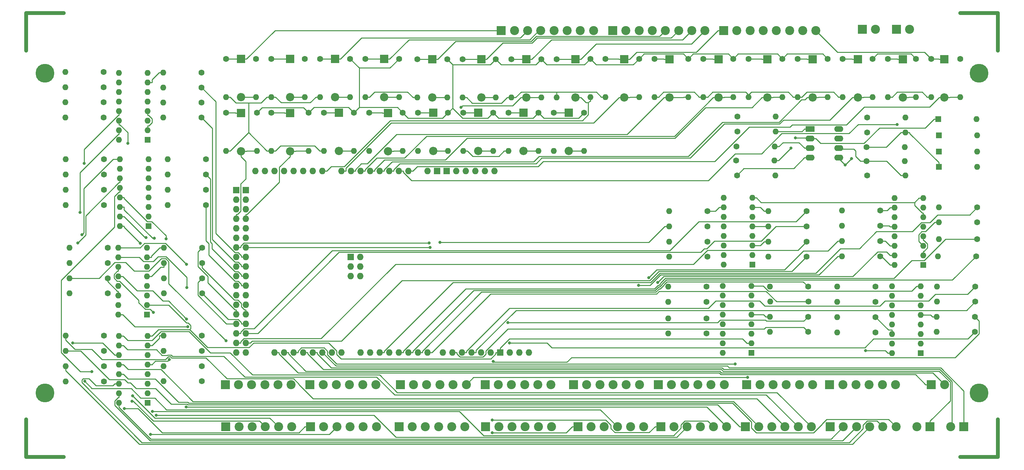
<source format=gbr>
%TF.GenerationSoftware,KiCad,Pcbnew,7.0.10*%
%TF.CreationDate,2024-02-15T16:30:13+07:00*%
%TF.ProjectId,Arduino_IO_Board,41726475-696e-46f5-9f49-4f5f426f6172,rev?*%
%TF.SameCoordinates,Original*%
%TF.FileFunction,Copper,L1,Top*%
%TF.FilePolarity,Positive*%
%FSLAX46Y46*%
G04 Gerber Fmt 4.6, Leading zero omitted, Abs format (unit mm)*
G04 Created by KiCad (PCBNEW 7.0.10) date 2024-02-15 16:30:13*
%MOMM*%
%LPD*%
G01*
G04 APERTURE LIST*
%TA.AperFunction,ComponentPad*%
%ADD10R,2.200000X2.200000*%
%TD*%
%TA.AperFunction,ComponentPad*%
%ADD11O,2.200000X2.200000*%
%TD*%
%TA.AperFunction,ComponentPad*%
%ADD12C,1.600000*%
%TD*%
%TA.AperFunction,ComponentPad*%
%ADD13O,1.600000X1.600000*%
%TD*%
%TA.AperFunction,ComponentPad*%
%ADD14R,1.600000X1.600000*%
%TD*%
%TA.AperFunction,ComponentPad*%
%ADD15R,2.400000X2.400000*%
%TD*%
%TA.AperFunction,ComponentPad*%
%ADD16C,2.400000*%
%TD*%
%TA.AperFunction,ComponentPad*%
%ADD17O,1.727200X1.727200*%
%TD*%
%TA.AperFunction,ComponentPad*%
%ADD18R,1.727200X1.727200*%
%TD*%
%TA.AperFunction,ComponentPad*%
%ADD19R,2.400000X1.600000*%
%TD*%
%TA.AperFunction,ComponentPad*%
%ADD20O,2.400000X1.600000*%
%TD*%
%TA.AperFunction,ViaPad*%
%ADD21C,0.800000*%
%TD*%
%TA.AperFunction,ViaPad*%
%ADD22C,5.000000*%
%TD*%
%TA.AperFunction,Conductor*%
%ADD23C,0.250000*%
%TD*%
%TA.AperFunction,Conductor*%
%ADD24C,1.000000*%
%TD*%
G04 APERTURE END LIST*
D10*
%TO.P,D7,1,K*%
%TO.N,Net-(D7-K)*%
X187838000Y-24284000D03*
D11*
%TO.P,D7,2,A*%
%TO.N,/A6*%
X187838000Y-34444000D03*
%TD*%
D12*
%TO.P,R73,1*%
%TO.N,/D22*%
X224260000Y-76785000D03*
D13*
%TO.P,R73,2*%
%TO.N,Net-(R73-Pad2)*%
X214100000Y-76785000D03*
%TD*%
D12*
%TO.P,R47,1*%
%TO.N,+5V*%
X78000000Y-24130000D03*
D13*
%TO.P,R47,2*%
%TO.N,/D53*%
X78000000Y-34290000D03*
%TD*%
D12*
%TO.P,R32,1*%
%TO.N,Net-(D16-K)*%
X121050000Y-38481000D03*
D13*
%TO.P,R32,2*%
%TO.N,GND1*%
X121050000Y-48641000D03*
%TD*%
D12*
%TO.P,R86,1*%
%TO.N,/D31*%
X63627000Y-105845000D03*
D13*
%TO.P,R86,2*%
%TO.N,Net-(R86-Pad2)*%
X53467000Y-105845000D03*
%TD*%
D12*
%TO.P,R56,1*%
%TO.N,Net-(J5-Pin_5)*%
X243800000Y-64485000D03*
D13*
%TO.P,R56,2*%
%TO.N,Net-(J5-Pin_4)*%
X233640000Y-64485000D03*
%TD*%
D12*
%TO.P,R122,1*%
%TO.N,Net-(R120-Pad2)*%
X240284000Y-39751000D03*
D13*
%TO.P,R122,2*%
%TO.N,/A15*%
X250444000Y-39751000D03*
%TD*%
D12*
%TO.P,R49,1*%
%TO.N,/D2*%
X269560000Y-63635000D03*
D13*
%TO.P,R49,2*%
%TO.N,Net-(R49-Pad2)*%
X259400000Y-63635000D03*
%TD*%
D10*
%TO.P,D6,1,K*%
%TO.N,Net-(D6-K)*%
X200838000Y-24284000D03*
D11*
%TO.P,D6,2,A*%
%TO.N,/A5*%
X200838000Y-34444000D03*
%TD*%
D12*
%TO.P,R107,1*%
%TO.N,Net-(J17-Pin_2)*%
X37627000Y-54900000D03*
D13*
%TO.P,R107,2*%
%TO.N,Net-(J17-Pin_1)*%
X27467000Y-54900000D03*
%TD*%
D12*
%TO.P,R106,1*%
%TO.N,Net-(J16-Pin_5)*%
X37627000Y-58950000D03*
D13*
%TO.P,R106,2*%
%TO.N,Net-(J16-Pin_4)*%
X27467000Y-58950000D03*
%TD*%
D12*
%TO.P,R48,1*%
%TO.N,Net-(D24-K)*%
X70050000Y-24130000D03*
D13*
%TO.P,R48,2*%
%TO.N,GND1*%
X70050000Y-34290000D03*
%TD*%
D12*
%TO.P,R55,1*%
%TO.N,Net-(J5-Pin_2)*%
X243800000Y-68535000D03*
D13*
%TO.P,R55,2*%
%TO.N,Net-(J5-Pin_1)*%
X233640000Y-68535000D03*
%TD*%
D12*
%TO.P,R25,1*%
%TO.N,+5V*%
X165100000Y-38481000D03*
D13*
%TO.P,R25,2*%
%TO.N,/D42*%
X165100000Y-48641000D03*
%TD*%
D12*
%TO.P,R31,1*%
%TO.N,+5V*%
X129000000Y-38481000D03*
D13*
%TO.P,R31,2*%
%TO.N,/D45*%
X129000000Y-48641000D03*
%TD*%
D12*
%TO.P,R98,1*%
%TO.N,/D35*%
X64707000Y-58950000D03*
D13*
%TO.P,R98,2*%
%TO.N,Net-(R98-Pad2)*%
X54547000Y-58950000D03*
%TD*%
D14*
%TO.P,U4,1*%
%TO.N,Net-(R73-Pad2)*%
X209800000Y-78875000D03*
D13*
%TO.P,U4,2*%
%TO.N,GND*%
X209800000Y-76335000D03*
%TO.P,U4,3*%
%TO.N,Net-(R74-Pad2)*%
X209800000Y-73795000D03*
%TO.P,U4,4*%
%TO.N,GND*%
X209800000Y-71255000D03*
%TO.P,U4,5*%
%TO.N,Net-(R75-Pad2)*%
X209800000Y-68715000D03*
%TO.P,U4,6*%
%TO.N,GND*%
X209800000Y-66175000D03*
%TO.P,U4,7*%
%TO.N,Net-(R76-Pad2)*%
X209800000Y-63635000D03*
%TO.P,U4,8*%
%TO.N,GND*%
X209800000Y-61095000D03*
%TO.P,U4,9*%
%TO.N,Net-(J11-Pin_6)*%
X202180000Y-61095000D03*
%TO.P,U4,10*%
%TO.N,Net-(J11-Pin_5)*%
X202180000Y-63635000D03*
%TO.P,U4,11*%
%TO.N,Net-(J11-Pin_3)*%
X202180000Y-66175000D03*
%TO.P,U4,12*%
%TO.N,Net-(J11-Pin_2)*%
X202180000Y-68715000D03*
%TO.P,U4,13*%
%TO.N,Net-(J10-Pin_6)*%
X202180000Y-71255000D03*
%TO.P,U4,14*%
%TO.N,Net-(J10-Pin_5)*%
X202180000Y-73795000D03*
%TO.P,U4,15*%
%TO.N,Net-(J10-Pin_3)*%
X202180000Y-76335000D03*
%TO.P,U4,16*%
%TO.N,Net-(J10-Pin_2)*%
X202180000Y-78875000D03*
%TD*%
D12*
%TO.P,R90,1*%
%TO.N,Net-(J12-Pin_5)*%
X38627000Y-82465000D03*
D13*
%TO.P,R90,2*%
%TO.N,Net-(J12-Pin_4)*%
X28467000Y-82465000D03*
%TD*%
D12*
%TO.P,R80,1*%
%TO.N,Net-(J11-Pin_5)*%
X197880000Y-64635000D03*
D13*
%TO.P,R80,2*%
%TO.N,Net-(J11-Pin_4)*%
X187720000Y-64635000D03*
%TD*%
D15*
%TO.P,J8,1,Pin_1*%
%TO.N,Net-(J8-Pin_1)*%
X230350000Y-110744000D03*
D16*
%TO.P,J8,2,Pin_2*%
%TO.N,Net-(J8-Pin_2)*%
X233850000Y-110744000D03*
%TO.P,J8,3,Pin_3*%
%TO.N,Net-(J8-Pin_3)*%
X237350000Y-110744000D03*
%TO.P,J8,4,Pin_4*%
%TO.N,Net-(J8-Pin_4)*%
X240850000Y-110744000D03*
%TO.P,J8,5,Pin_5*%
%TO.N,Net-(J8-Pin_5)*%
X244350000Y-110744000D03*
%TO.P,J8,6,Pin_6*%
%TO.N,Net-(J8-Pin_6)*%
X247850000Y-110744000D03*
%TD*%
D12*
%TO.P,R87,1*%
%TO.N,/D32*%
X63627000Y-101795000D03*
D13*
%TO.P,R87,2*%
%TO.N,Net-(R87-Pad2)*%
X53467000Y-101795000D03*
%TD*%
D12*
%TO.P,R108,1*%
%TO.N,Net-(J17-Pin_5)*%
X37627000Y-50850000D03*
D13*
%TO.P,R108,2*%
%TO.N,Net-(J17-Pin_4)*%
X27467000Y-50850000D03*
%TD*%
D12*
%TO.P,R40,1*%
%TO.N,Net-(D20-K)*%
X70050000Y-38481000D03*
D13*
%TO.P,R40,2*%
%TO.N,GND1*%
X70050000Y-48641000D03*
%TD*%
D15*
%TO.P,J19,1,Pin_1*%
%TO.N,Net-(J19-Pin_1)*%
X70000000Y-122000000D03*
D16*
%TO.P,J19,2,Pin_2*%
%TO.N,Net-(J19-Pin_2)*%
X73500000Y-122000000D03*
%TO.P,J19,3,Pin_3*%
%TO.N,Net-(J19-Pin_3)*%
X77000000Y-122000000D03*
%TO.P,J19,4,Pin_4*%
%TO.N,Net-(J19-Pin_4)*%
X80500000Y-122000000D03*
%TO.P,J19,5,Pin_5*%
%TO.N,Net-(J19-Pin_5)*%
X84000000Y-122000000D03*
%TO.P,J19,6,Pin_6*%
%TO.N,Net-(J19-Pin_6)*%
X87500000Y-122000000D03*
%TD*%
D10*
%TO.P,D9,1,K*%
%TO.N,Net-(D9-K)*%
X162838000Y-24284000D03*
D11*
%TO.P,D9,2,A*%
%TO.N,/A8*%
X162838000Y-34444000D03*
%TD*%
D12*
%TO.P,R72,1*%
%TO.N,Net-(J9-Pin_5)*%
X242560000Y-84715000D03*
D13*
%TO.P,R72,2*%
%TO.N,Net-(J9-Pin_4)*%
X232400000Y-84715000D03*
%TD*%
D12*
%TO.P,R54,1*%
%TO.N,Net-(J4-Pin_5)*%
X243800000Y-72585000D03*
D13*
%TO.P,R54,2*%
%TO.N,Net-(J4-Pin_4)*%
X233640000Y-72585000D03*
%TD*%
D15*
%TO.P,J22,1,Pin_1*%
%TO.N,Net-(A1-D21{slash}SCL)*%
X257350000Y-110744000D03*
D16*
%TO.P,J22,2,Pin_2*%
%TO.N,Net-(A1-D20{slash}SDA)*%
X260850000Y-110744000D03*
%TD*%
D12*
%TO.P,R24,1*%
%TO.N,Net-(D12-K)*%
X120838000Y-24284000D03*
D13*
%TO.P,R24,2*%
%TO.N,GND1*%
X120838000Y-34444000D03*
%TD*%
D12*
%TO.P,R6,1*%
%TO.N,Net-(D3-K)*%
X233838000Y-24130000D03*
D13*
%TO.P,R6,2*%
%TO.N,GND1*%
X233838000Y-34290000D03*
%TD*%
D12*
%TO.P,R11,1*%
%TO.N,+5V*%
X204788000Y-24130000D03*
D13*
%TO.P,R11,2*%
%TO.N,/A5*%
X204788000Y-34290000D03*
%TD*%
D12*
%TO.P,R121,1*%
%TO.N,Net-(D28-K)*%
X240157000Y-47625000D03*
D13*
%TO.P,R121,2*%
%TO.N,GND1*%
X250317000Y-47625000D03*
%TD*%
D12*
%TO.P,R3,1*%
%TO.N,+5V*%
X253288000Y-24130000D03*
D13*
%TO.P,R3,2*%
%TO.N,/A1*%
X253288000Y-34290000D03*
%TD*%
D12*
%TO.P,R35,1*%
%TO.N,+5V*%
X104000000Y-38481000D03*
D13*
%TO.P,R35,2*%
%TO.N,/D47*%
X104000000Y-48641000D03*
%TD*%
D12*
%TO.P,R103,1*%
%TO.N,/D40*%
X63547000Y-31770000D03*
D13*
%TO.P,R103,2*%
%TO.N,Net-(R103-Pad2)*%
X53387000Y-31770000D03*
%TD*%
D12*
%TO.P,R51,1*%
%TO.N,/D4*%
X269560000Y-72075000D03*
D13*
%TO.P,R51,2*%
%TO.N,Net-(R51-Pad2)*%
X259400000Y-72075000D03*
%TD*%
D12*
%TO.P,R74,1*%
%TO.N,/D23*%
X224260000Y-72735000D03*
D13*
%TO.P,R74,2*%
%TO.N,Net-(R74-Pad2)*%
X214100000Y-72735000D03*
%TD*%
D15*
%TO.P,J21,1,Pin_1*%
%TO.N,Net-(A1-D16{slash}TX2)*%
X266000000Y-122000000D03*
D16*
%TO.P,J21,2,Pin_2*%
%TO.N,Net-(A1-D17{slash}RX2)*%
X262500000Y-122000000D03*
%TD*%
D15*
%TO.P,J13,1,Pin_1*%
%TO.N,Net-(J13-Pin_1)*%
X163500000Y-122000000D03*
D16*
%TO.P,J13,2,Pin_2*%
%TO.N,Net-(J13-Pin_2)*%
X167000000Y-122000000D03*
%TO.P,J13,3,Pin_3*%
%TO.N,Net-(J13-Pin_3)*%
X170500000Y-122000000D03*
%TO.P,J13,4,Pin_4*%
%TO.N,Net-(J13-Pin_4)*%
X174000000Y-122000000D03*
%TO.P,J13,5,Pin_5*%
%TO.N,Net-(J13-Pin_5)*%
X177500000Y-122000000D03*
%TO.P,J13,6,Pin_6*%
%TO.N,Net-(J13-Pin_6)*%
X181000000Y-122000000D03*
%TD*%
D12*
%TO.P,R118,1*%
%TO.N,Net-(J24-Pin_2)*%
X240284000Y-55118000D03*
D13*
%TO.P,R118,2*%
%TO.N,Net-(D27-K)*%
X250444000Y-55118000D03*
%TD*%
D10*
%TO.P,D19,1,K*%
%TO.N,Net-(D19-K)*%
X87050000Y-38561000D03*
D11*
%TO.P,D19,2,A*%
%TO.N,/D48*%
X87050000Y-48721000D03*
%TD*%
D10*
%TO.P,D4,1,K*%
%TO.N,Net-(D4-K)*%
X225838000Y-24284000D03*
D11*
%TO.P,D4,2,A*%
%TO.N,/A3*%
X225838000Y-34444000D03*
%TD*%
D12*
%TO.P,R117,1*%
%TO.N,Net-(R115-Pad2)*%
X205867000Y-39497000D03*
D13*
%TO.P,R117,2*%
%TO.N,/A14*%
X216027000Y-39497000D03*
%TD*%
D12*
%TO.P,R50,1*%
%TO.N,/D3*%
X269560000Y-67635000D03*
D13*
%TO.P,R50,2*%
%TO.N,Net-(R50-Pad2)*%
X259400000Y-67635000D03*
%TD*%
D12*
%TO.P,R115,1*%
%TO.N,Net-(D25-K)*%
X205867000Y-43434000D03*
D13*
%TO.P,R115,2*%
%TO.N,Net-(R115-Pad2)*%
X216027000Y-43434000D03*
%TD*%
D12*
%TO.P,R44,1*%
%TO.N,Net-(D22-K)*%
X95050000Y-24130000D03*
D13*
%TO.P,R44,2*%
%TO.N,GND1*%
X95050000Y-34290000D03*
%TD*%
D12*
%TO.P,R19,1*%
%TO.N,+5V*%
X153788000Y-24284000D03*
D13*
%TO.P,R19,2*%
%TO.N,/A9*%
X153788000Y-34444000D03*
%TD*%
D12*
%TO.P,R58,1*%
%TO.N,/D7*%
X224720000Y-88715000D03*
D13*
%TO.P,R58,2*%
%TO.N,Net-(R58-Pad2)*%
X214560000Y-88715000D03*
%TD*%
D15*
%TO.P,J5,1,Pin_1*%
%TO.N,Net-(J5-Pin_1)*%
X116350000Y-110744000D03*
D16*
%TO.P,J5,2,Pin_2*%
%TO.N,Net-(J5-Pin_2)*%
X119850000Y-110744000D03*
%TO.P,J5,3,Pin_3*%
%TO.N,Net-(J5-Pin_3)*%
X123350000Y-110744000D03*
%TO.P,J5,4,Pin_4*%
%TO.N,Net-(J5-Pin_4)*%
X126850000Y-110744000D03*
%TO.P,J5,5,Pin_5*%
%TO.N,Net-(J5-Pin_5)*%
X130350000Y-110744000D03*
%TO.P,J5,6,Pin_6*%
%TO.N,Net-(J5-Pin_6)*%
X133850000Y-110744000D03*
%TD*%
D14*
%TO.P,D28,1,K*%
%TO.N,Net-(D28-K)*%
X259334000Y-52832000D03*
D13*
%TO.P,D28,2,A*%
%TO.N,GND1*%
X269494000Y-52832000D03*
%TD*%
D12*
%TO.P,R76,1*%
%TO.N,/D25*%
X224260000Y-64635000D03*
D13*
%TO.P,R76,2*%
%TO.N,Net-(R76-Pad2)*%
X214100000Y-64635000D03*
%TD*%
D12*
%TO.P,R42,1*%
%TO.N,Net-(D21-K)*%
X107050000Y-24130000D03*
D13*
%TO.P,R42,2*%
%TO.N,GND1*%
X107050000Y-34290000D03*
%TD*%
D10*
%TO.P,D21,1,K*%
%TO.N,Net-(D21-K)*%
X112050000Y-24210000D03*
D11*
%TO.P,D21,2,A*%
%TO.N,/D50*%
X112050000Y-34370000D03*
%TD*%
D10*
%TO.P,D3,1,K*%
%TO.N,Net-(D3-K)*%
X237838000Y-24284000D03*
D11*
%TO.P,D3,2,A*%
%TO.N,/A2*%
X237838000Y-34444000D03*
%TD*%
D10*
%TO.P,D12,1,K*%
%TO.N,Net-(D12-K)*%
X124838000Y-24284000D03*
D11*
%TO.P,D12,2,A*%
%TO.N,/A11*%
X124838000Y-34444000D03*
%TD*%
D15*
%TO.P,J4,1,Pin_1*%
%TO.N,Net-(J4-Pin_1)*%
X138850000Y-110744000D03*
D16*
%TO.P,J4,2,Pin_2*%
%TO.N,Net-(J4-Pin_2)*%
X142350000Y-110744000D03*
%TO.P,J4,3,Pin_3*%
%TO.N,Net-(J4-Pin_3)*%
X145850000Y-110744000D03*
%TO.P,J4,4,Pin_4*%
%TO.N,Net-(J4-Pin_4)*%
X149350000Y-110744000D03*
%TO.P,J4,5,Pin_5*%
%TO.N,Net-(J4-Pin_5)*%
X152850000Y-110744000D03*
%TO.P,J4,6,Pin_6*%
%TO.N,Net-(J4-Pin_6)*%
X156350000Y-110744000D03*
%TD*%
D12*
%TO.P,R46,1*%
%TO.N,Net-(D23-K)*%
X82050000Y-24130000D03*
D13*
%TO.P,R46,2*%
%TO.N,GND1*%
X82050000Y-34290000D03*
%TD*%
D10*
%TO.P,D22,1,K*%
%TO.N,Net-(D22-K)*%
X99050000Y-24210000D03*
D11*
%TO.P,D22,2,A*%
%TO.N,/D51*%
X99050000Y-34370000D03*
%TD*%
D12*
%TO.P,R96,1*%
%TO.N,Net-(J15-Pin_5)*%
X37627000Y-97745000D03*
D13*
%TO.P,R96,2*%
%TO.N,Net-(J15-Pin_4)*%
X27467000Y-97745000D03*
%TD*%
D12*
%TO.P,R89,1*%
%TO.N,Net-(J12-Pin_2)*%
X38627000Y-86515000D03*
D13*
%TO.P,R89,2*%
%TO.N,Net-(J12-Pin_1)*%
X28467000Y-86515000D03*
%TD*%
D12*
%TO.P,R71,1*%
%TO.N,Net-(J9-Pin_2)*%
X242560000Y-88765000D03*
D13*
%TO.P,R71,2*%
%TO.N,Net-(J9-Pin_1)*%
X232400000Y-88765000D03*
%TD*%
D15*
%TO.P,J3,1,Pin_1*%
%TO.N,Net-(D24-K)*%
X143155000Y-16637000D03*
D16*
%TO.P,J3,2,Pin_2*%
%TO.N,Net-(D23-K)*%
X146655000Y-16637000D03*
%TO.P,J3,3,Pin_3*%
%TO.N,Net-(D22-K)*%
X150155000Y-16637000D03*
%TO.P,J3,4,Pin_4*%
%TO.N,Net-(D21-K)*%
X153655000Y-16637000D03*
%TO.P,J3,5,Pin_5*%
%TO.N,Net-(D20-K)*%
X157155000Y-16637000D03*
%TO.P,J3,6,Pin_6*%
%TO.N,Net-(D19-K)*%
X160655000Y-16637000D03*
%TO.P,J3,7,Pin_7*%
%TO.N,Net-(D18-K)*%
X164155000Y-16637000D03*
%TO.P,J3,8,Pin_8*%
%TO.N,Net-(D17-K)*%
X167655000Y-16637000D03*
%TD*%
D12*
%TO.P,R14,1*%
%TO.N,Net-(D7-K)*%
X183838000Y-24130000D03*
D13*
%TO.P,R14,2*%
%TO.N,GND1*%
X183838000Y-34290000D03*
%TD*%
D15*
%TO.P,J12,1,Pin_1*%
%TO.N,Net-(J12-Pin_1)*%
X185500000Y-122000000D03*
D16*
%TO.P,J12,2,Pin_2*%
%TO.N,Net-(J12-Pin_2)*%
X189000000Y-122000000D03*
%TO.P,J12,3,Pin_3*%
%TO.N,Net-(J12-Pin_3)*%
X192500000Y-122000000D03*
%TO.P,J12,4,Pin_4*%
%TO.N,Net-(J12-Pin_4)*%
X196000000Y-122000000D03*
%TO.P,J12,5,Pin_5*%
%TO.N,Net-(J12-Pin_5)*%
X199500000Y-122000000D03*
%TO.P,J12,6,Pin_6*%
%TO.N,Net-(J12-Pin_6)*%
X203000000Y-122000000D03*
%TD*%
D17*
%TO.P,A1,*%
%TO.N,*%
X141351000Y-53975000D03*
%TO.P,A1,3V3,3.3V*%
%TO.N,unconnected-(A1-3.3V-Pad3V3)*%
X133731000Y-53975000D03*
%TO.P,A1,5V1,5V*%
%TO.N,+5V*%
X131191000Y-53975000D03*
%TO.P,A1,5V2,SPI_5V*%
%TO.N,unconnected-(A1-SPI_5V-Pad5V2)*%
X103124000Y-81915000D03*
%TO.P,A1,5V3,5V*%
%TO.N,+5V*%
X75311000Y-102235000D03*
%TO.P,A1,5V4,5V*%
X72771000Y-102235000D03*
%TO.P,A1,A0,A0*%
%TO.N,/A0*%
X118491000Y-53975000D03*
%TO.P,A1,A1,A1*%
%TO.N,/A1*%
X115951000Y-53975000D03*
%TO.P,A1,A2,A2*%
%TO.N,/A2*%
X113411000Y-53975000D03*
%TO.P,A1,A3,A3*%
%TO.N,/A3*%
X110871000Y-53975000D03*
%TO.P,A1,A4,A4*%
%TO.N,/A4*%
X108331000Y-53975000D03*
%TO.P,A1,A5,A5*%
%TO.N,/A5*%
X105791000Y-53975000D03*
%TO.P,A1,A6,A6*%
%TO.N,/A6*%
X103251000Y-53975000D03*
%TO.P,A1,A7,A7*%
%TO.N,/A7*%
X100711000Y-53975000D03*
%TO.P,A1,A8,A8*%
%TO.N,/A8*%
X95631000Y-53975000D03*
%TO.P,A1,A9,A9*%
%TO.N,/A9*%
X93091000Y-53975000D03*
%TO.P,A1,A10,A10*%
%TO.N,/A10*%
X90551000Y-53975000D03*
%TO.P,A1,A11,A11*%
%TO.N,/A11*%
X88011000Y-53975000D03*
%TO.P,A1,A12,A12*%
%TO.N,unconnected-(A1-PadA12)*%
X85471000Y-53975000D03*
%TO.P,A1,A13,A13*%
%TO.N,unconnected-(A1-PadA13)*%
X82931000Y-53975000D03*
%TO.P,A1,A14,A14*%
%TO.N,unconnected-(A1-PadA14)*%
X80391000Y-53975000D03*
%TO.P,A1,A15,A15*%
%TO.N,unconnected-(A1-PadA15)*%
X77851000Y-53975000D03*
%TO.P,A1,AREF,AREF*%
%TO.N,unconnected-(A1-PadAREF)*%
X145415000Y-102235000D03*
%TO.P,A1,D0,D0/RX0*%
%TO.N,unconnected-(A1-D0{slash}RX0-PadD0)*%
X105791000Y-102235000D03*
%TO.P,A1,D1,D1/TX0*%
%TO.N,unconnected-(A1-D1{slash}TX0-PadD1)*%
X108331000Y-102235000D03*
%TO.P,A1,D2,D2_INT0*%
%TO.N,/D2*%
X110871000Y-102235000D03*
%TO.P,A1,D3,D3_INT1*%
%TO.N,/D3*%
X113411000Y-102235000D03*
%TO.P,A1,D4,D4*%
%TO.N,/D4*%
X115951000Y-102235000D03*
%TO.P,A1,D5,D5*%
%TO.N,/D5*%
X118491000Y-102235000D03*
%TO.P,A1,D6,D6*%
%TO.N,/D6*%
X121031000Y-102235000D03*
%TO.P,A1,D7,D7*%
%TO.N,/D7*%
X123571000Y-102235000D03*
%TO.P,A1,D8,D8*%
%TO.N,/D8*%
X127635000Y-102235000D03*
%TO.P,A1,D9,D9*%
%TO.N,/D9*%
X130175000Y-102235000D03*
%TO.P,A1,D10,D10*%
%TO.N,/D10*%
X132715000Y-102235000D03*
%TO.P,A1,D11,D11*%
%TO.N,/D11*%
X135255000Y-102235000D03*
%TO.P,A1,D12,D12*%
%TO.N,/D12*%
X137795000Y-102235000D03*
%TO.P,A1,D13,D13*%
%TO.N,/D13*%
X140335000Y-102235000D03*
%TO.P,A1,D14,D14/TX3*%
%TO.N,unconnected-(A1-D14{slash}TX3-PadD14)*%
X100711000Y-102235000D03*
%TO.P,A1,D15,D15/RX3*%
%TO.N,unconnected-(A1-D15{slash}RX3-PadD15)*%
X98171000Y-102235000D03*
%TO.P,A1,D16,D16/TX2*%
%TO.N,Net-(A1-D16{slash}TX2)*%
X95631000Y-102235000D03*
%TO.P,A1,D17,D17/RX2*%
%TO.N,Net-(A1-D17{slash}RX2)*%
X93091000Y-102235000D03*
%TO.P,A1,D18,D18/TX1*%
%TO.N,Net-(A1-D18{slash}TX1)*%
X90551000Y-102235000D03*
%TO.P,A1,D19,D19/RX1*%
%TO.N,Net-(A1-D19{slash}RX1)*%
X88011000Y-102235000D03*
%TO.P,A1,D20,D20/SDA*%
%TO.N,Net-(A1-D20{slash}SDA)*%
X85471000Y-102235000D03*
%TO.P,A1,D21,D21/SCL*%
%TO.N,Net-(A1-D21{slash}SCL)*%
X82931000Y-102235000D03*
%TO.P,A1,D22,D22*%
%TO.N,/D22*%
X75311000Y-99695000D03*
%TO.P,A1,D23,D23*%
%TO.N,/D23*%
X72771000Y-99695000D03*
%TO.P,A1,D24,D24*%
%TO.N,/D24*%
X75311000Y-97155000D03*
%TO.P,A1,D25,D25*%
%TO.N,/D25*%
X72771000Y-97155000D03*
%TO.P,A1,D26,D26*%
%TO.N,/D26*%
X75311000Y-94615000D03*
%TO.P,A1,D27,D27*%
%TO.N,/D27*%
X72771000Y-94615000D03*
%TO.P,A1,D28,D28*%
%TO.N,/D28*%
X75311000Y-92075000D03*
%TO.P,A1,D29,D29*%
%TO.N,/D29*%
X72771000Y-92075000D03*
%TO.P,A1,D30,D30*%
%TO.N,/D30*%
X75311000Y-89535000D03*
%TO.P,A1,D31,D31*%
%TO.N,/D31*%
X72771000Y-89535000D03*
%TO.P,A1,D32,D32*%
%TO.N,/D32*%
X75311000Y-86995000D03*
%TO.P,A1,D33,D33*%
%TO.N,/D33*%
X72771000Y-86995000D03*
%TO.P,A1,D34,D34*%
%TO.N,/D34*%
X75311000Y-84455000D03*
%TO.P,A1,D35,D35*%
%TO.N,/D35*%
X72771000Y-84455000D03*
%TO.P,A1,D36,D36*%
%TO.N,/D36*%
X75311000Y-81915000D03*
%TO.P,A1,D37,D37*%
%TO.N,/D37*%
X72771000Y-81915000D03*
%TO.P,A1,D38,D38*%
%TO.N,/D38*%
X75311000Y-79375000D03*
%TO.P,A1,D39,D39*%
%TO.N,/D39*%
X72771000Y-79375000D03*
%TO.P,A1,D40,D40*%
%TO.N,/D40*%
X75311000Y-76835000D03*
%TO.P,A1,D41,D41*%
%TO.N,/D41*%
X72771000Y-76835000D03*
%TO.P,A1,D42,D42*%
%TO.N,/D42*%
X75311000Y-74295000D03*
%TO.P,A1,D43,D43*%
%TO.N,/D43*%
X72771000Y-74295000D03*
%TO.P,A1,D44,D44*%
%TO.N,/D44*%
X75311000Y-71755000D03*
%TO.P,A1,D45,D45*%
%TO.N,/D45*%
X72771000Y-71755000D03*
%TO.P,A1,D46,D46*%
%TO.N,/D46*%
X75311000Y-69215000D03*
%TO.P,A1,D47,D47*%
%TO.N,/D47*%
X72771000Y-69215000D03*
%TO.P,A1,D48,D48*%
%TO.N,/D48*%
X75311000Y-66675000D03*
%TO.P,A1,D49,D49*%
%TO.N,/D49*%
X72771000Y-66675000D03*
%TO.P,A1,D50,D50_MISO*%
%TO.N,/D50*%
X75311000Y-64135000D03*
%TO.P,A1,D51,D51_MOSI*%
%TO.N,/D51*%
X72771000Y-64135000D03*
%TO.P,A1,D52,D52_SCK*%
%TO.N,/D52*%
X75311000Y-61595000D03*
%TO.P,A1,D53,D53_CS*%
%TO.N,/D53*%
X72771000Y-61595000D03*
D18*
%TO.P,A1,GND1,GND*%
%TO.N,GND*%
X142875000Y-102235000D03*
%TO.P,A1,GND2,GND*%
%TO.N,GND1*%
X128651000Y-53975000D03*
%TO.P,A1,GND3,GND*%
%TO.N,unconnected-(A1-GND-PadGND3)*%
X126111000Y-53975000D03*
%TO.P,A1,GND4,SPI_GND*%
%TO.N,unconnected-(A1-SPI_GND-PadGND4)*%
X103124000Y-76835000D03*
%TO.P,A1,GND5,GND*%
%TO.N,unconnected-(A1-GND-PadGND5)*%
X75311000Y-59055000D03*
%TO.P,A1,GND6,GND*%
%TO.N,unconnected-(A1-GND-PadGND6)*%
X72771000Y-59055000D03*
D17*
%TO.P,A1,IORF,IOREF*%
%TO.N,unconnected-(A1-IOREF-PadIORF)*%
X138811000Y-53975000D03*
%TO.P,A1,MISO,SPI_MISO*%
%TO.N,unconnected-(A1-SPI_MISO-PadMISO)*%
X105664000Y-81915000D03*
%TO.P,A1,MOSI,SPI_MOSI*%
%TO.N,unconnected-(A1-SPI_MOSI-PadMOSI)*%
X103124000Y-79375000D03*
%TO.P,A1,RST1,RESET*%
%TO.N,unconnected-(A1-RESET-PadRST1)*%
X136271000Y-53975000D03*
%TO.P,A1,RST2,SPI_RESET*%
%TO.N,unconnected-(A1-SPI_RESET-PadRST2)*%
X105664000Y-76835000D03*
%TO.P,A1,SCK,SPI_SCK*%
%TO.N,unconnected-(A1-SPI_SCK-PadSCK)*%
X105664000Y-79375000D03*
%TO.P,A1,SCL,SCL*%
%TO.N,unconnected-(A1-PadSCL)*%
X150495000Y-102235000D03*
%TO.P,A1,SDA,SDA*%
%TO.N,unconnected-(A1-PadSDA)*%
X147955000Y-102235000D03*
%TO.P,A1,VIN,VIN*%
%TO.N,unconnected-(A1-PadVIN)*%
X123571000Y-53975000D03*
%TD*%
D12*
%TO.P,R100,1*%
%TO.N,/D37*%
X64707000Y-50850000D03*
D13*
%TO.P,R100,2*%
%TO.N,Net-(R100-Pad2)*%
X54547000Y-50850000D03*
%TD*%
D15*
%TO.P,J24,1,Pin_1*%
%TO.N,Net-(J24-Pin_1)*%
X248087000Y-16256000D03*
D16*
%TO.P,J24,2,Pin_2*%
%TO.N,Net-(J24-Pin_2)*%
X251587000Y-16256000D03*
%TD*%
D12*
%TO.P,R13,1*%
%TO.N,+5V*%
X192788000Y-24130000D03*
D13*
%TO.P,R13,2*%
%TO.N,/A6*%
X192788000Y-34290000D03*
%TD*%
D10*
%TO.P,D2,1,K*%
%TO.N,Net-(D2-K)*%
X249838000Y-24284000D03*
D11*
%TO.P,D2,2,A*%
%TO.N,/A1*%
X249838000Y-34444000D03*
%TD*%
D12*
%TO.P,R43,1*%
%TO.N,+5V*%
X103000000Y-24130000D03*
D13*
%TO.P,R43,2*%
%TO.N,/D51*%
X103000000Y-34290000D03*
%TD*%
D12*
%TO.P,R18,1*%
%TO.N,Net-(D9-K)*%
X157838000Y-24284000D03*
D13*
%TO.P,R18,2*%
%TO.N,GND1*%
X157838000Y-34444000D03*
%TD*%
D12*
%TO.P,R38,1*%
%TO.N,Net-(D19-K)*%
X82050000Y-38481000D03*
D13*
%TO.P,R38,2*%
%TO.N,GND1*%
X82050000Y-48641000D03*
%TD*%
D12*
%TO.P,R67,1*%
%TO.N,/D12*%
X268940000Y-92715000D03*
D13*
%TO.P,R67,2*%
%TO.N,Net-(R67-Pad2)*%
X258780000Y-92715000D03*
%TD*%
D12*
%TO.P,R75,1*%
%TO.N,/D24*%
X224260000Y-68685000D03*
D13*
%TO.P,R75,2*%
%TO.N,Net-(R75-Pad2)*%
X214100000Y-68685000D03*
%TD*%
D15*
%TO.P,J2,1,Pin_1*%
%TO.N,Net-(D16-K)*%
X172761000Y-16637000D03*
D16*
%TO.P,J2,2,Pin_2*%
%TO.N,Net-(D15-K)*%
X176261000Y-16637000D03*
%TO.P,J2,3,Pin_3*%
%TO.N,Net-(D14-K)*%
X179761000Y-16637000D03*
%TO.P,J2,4,Pin_4*%
%TO.N,Net-(D13-K)*%
X183261000Y-16637000D03*
%TO.P,J2,5,Pin_5*%
%TO.N,Net-(D12-K)*%
X186761000Y-16637000D03*
%TO.P,J2,6,Pin_6*%
%TO.N,Net-(D11-K)*%
X190261000Y-16637000D03*
%TO.P,J2,7,Pin_7*%
%TO.N,Net-(D10-K)*%
X193761000Y-16637000D03*
%TO.P,J2,8,Pin_8*%
%TO.N,Net-(D9-K)*%
X197261000Y-16637000D03*
%TD*%
D12*
%TO.P,R52,1*%
%TO.N,/D5*%
X269260000Y-76635000D03*
D13*
%TO.P,R52,2*%
%TO.N,Net-(R52-Pad2)*%
X259100000Y-76635000D03*
%TD*%
D12*
%TO.P,R37,1*%
%TO.N,+5V*%
X92000000Y-38481000D03*
D13*
%TO.P,R37,2*%
%TO.N,/D48*%
X92000000Y-48641000D03*
%TD*%
D12*
%TO.P,R84,1*%
%TO.N,/D29*%
X63707000Y-74365000D03*
D13*
%TO.P,R84,2*%
%TO.N,Net-(R84-Pad2)*%
X53547000Y-74365000D03*
%TD*%
D12*
%TO.P,R10,1*%
%TO.N,Net-(D5-K)*%
X208838000Y-24130000D03*
D13*
%TO.P,R10,2*%
%TO.N,GND1*%
X208838000Y-34290000D03*
%TD*%
D14*
%TO.P,U5,1*%
%TO.N,Net-(R81-Pad2)*%
X49087000Y-92145000D03*
D13*
%TO.P,U5,2*%
%TO.N,GND*%
X49087000Y-89605000D03*
%TO.P,U5,3*%
%TO.N,Net-(R82-Pad2)*%
X49087000Y-87065000D03*
%TO.P,U5,4*%
%TO.N,GND*%
X49087000Y-84525000D03*
%TO.P,U5,5*%
%TO.N,Net-(R83-Pad2)*%
X49087000Y-81985000D03*
%TO.P,U5,6*%
%TO.N,GND*%
X49087000Y-79445000D03*
%TO.P,U5,7*%
%TO.N,Net-(R84-Pad2)*%
X49087000Y-76905000D03*
%TO.P,U5,8*%
%TO.N,GND*%
X49087000Y-74365000D03*
%TO.P,U5,9*%
%TO.N,Net-(J13-Pin_6)*%
X41467000Y-74365000D03*
%TO.P,U5,10*%
%TO.N,Net-(J13-Pin_5)*%
X41467000Y-76905000D03*
%TO.P,U5,11*%
%TO.N,Net-(J13-Pin_3)*%
X41467000Y-79445000D03*
%TO.P,U5,12*%
%TO.N,Net-(J13-Pin_2)*%
X41467000Y-81985000D03*
%TO.P,U5,13*%
%TO.N,Net-(J12-Pin_6)*%
X41467000Y-84525000D03*
%TO.P,U5,14*%
%TO.N,Net-(J12-Pin_5)*%
X41467000Y-87065000D03*
%TO.P,U5,15*%
%TO.N,Net-(J12-Pin_3)*%
X41467000Y-89605000D03*
%TO.P,U5,16*%
%TO.N,Net-(J12-Pin_2)*%
X41467000Y-92145000D03*
%TD*%
D12*
%TO.P,R29,1*%
%TO.N,+5V*%
X141000000Y-38481000D03*
D13*
%TO.P,R29,2*%
%TO.N,/D44*%
X141000000Y-48641000D03*
%TD*%
D12*
%TO.P,R20,1*%
%TO.N,Net-(D10-K)*%
X145838000Y-24284000D03*
D13*
%TO.P,R20,2*%
%TO.N,GND1*%
X145838000Y-34444000D03*
%TD*%
D12*
%TO.P,R81,1*%
%TO.N,/D26*%
X63707000Y-86515000D03*
D13*
%TO.P,R81,2*%
%TO.N,Net-(R81-Pad2)*%
X53547000Y-86515000D03*
%TD*%
D15*
%TO.P,J9,1,Pin_1*%
%TO.N,Net-(J9-Pin_1)*%
X208350000Y-110744000D03*
D16*
%TO.P,J9,2,Pin_2*%
%TO.N,Net-(J9-Pin_2)*%
X211850000Y-110744000D03*
%TO.P,J9,3,Pin_3*%
%TO.N,Net-(J9-Pin_3)*%
X215350000Y-110744000D03*
%TO.P,J9,4,Pin_4*%
%TO.N,Net-(J9-Pin_4)*%
X218850000Y-110744000D03*
%TO.P,J9,5,Pin_5*%
%TO.N,Net-(J9-Pin_5)*%
X222350000Y-110744000D03*
%TO.P,J9,6,Pin_6*%
%TO.N,Net-(J9-Pin_6)*%
X225850000Y-110744000D03*
%TD*%
D12*
%TO.P,R34,1*%
%TO.N,Net-(D17-K)*%
X108050000Y-38481000D03*
D13*
%TO.P,R34,2*%
%TO.N,GND1*%
X108050000Y-48641000D03*
%TD*%
D12*
%TO.P,R85,1*%
%TO.N,/D30*%
X63627000Y-109895000D03*
D13*
%TO.P,R85,2*%
%TO.N,Net-(R85-Pad2)*%
X53467000Y-109895000D03*
%TD*%
D12*
%TO.P,R78,1*%
%TO.N,Net-(J10-Pin_5)*%
X197880000Y-72735000D03*
D13*
%TO.P,R78,2*%
%TO.N,Net-(J10-Pin_4)*%
X187720000Y-72735000D03*
%TD*%
D12*
%TO.P,R114,1*%
%TO.N,Net-(J23-Pin_1)*%
X205613000Y-47484000D03*
D13*
%TO.P,R114,2*%
%TO.N,Net-(D26-K)*%
X215773000Y-47484000D03*
%TD*%
D12*
%TO.P,R5,1*%
%TO.N,+5V*%
X241788000Y-24130000D03*
D13*
%TO.P,R5,2*%
%TO.N,/A2*%
X241788000Y-34290000D03*
%TD*%
D12*
%TO.P,R70,1*%
%TO.N,Net-(J8-Pin_5)*%
X242560000Y-92815000D03*
D13*
%TO.P,R70,2*%
%TO.N,Net-(J8-Pin_4)*%
X232400000Y-92815000D03*
%TD*%
D12*
%TO.P,R22,1*%
%TO.N,Net-(D11-K)*%
X132838000Y-24284000D03*
D13*
%TO.P,R22,2*%
%TO.N,GND1*%
X132838000Y-34444000D03*
%TD*%
D12*
%TO.P,R110,1*%
%TO.N,Net-(J18-Pin_5)*%
X37547000Y-35720000D03*
D13*
%TO.P,R110,2*%
%TO.N,Net-(J18-Pin_4)*%
X27387000Y-35720000D03*
%TD*%
D14*
%TO.P,U7,1*%
%TO.N,Net-(R97-Pad2)*%
X49467000Y-68630000D03*
D13*
%TO.P,U7,2*%
%TO.N,GND*%
X49467000Y-66090000D03*
%TO.P,U7,3*%
%TO.N,Net-(R98-Pad2)*%
X49467000Y-63550000D03*
%TO.P,U7,4*%
%TO.N,GND*%
X49467000Y-61010000D03*
%TO.P,U7,5*%
%TO.N,Net-(R99-Pad2)*%
X49467000Y-58470000D03*
%TO.P,U7,6*%
%TO.N,GND*%
X49467000Y-55930000D03*
%TO.P,U7,7*%
%TO.N,Net-(R100-Pad2)*%
X49467000Y-53390000D03*
%TO.P,U7,8*%
%TO.N,GND*%
X49467000Y-50850000D03*
%TO.P,U7,9*%
%TO.N,Net-(J17-Pin_6)*%
X41847000Y-50850000D03*
%TO.P,U7,10*%
%TO.N,Net-(J17-Pin_5)*%
X41847000Y-53390000D03*
%TO.P,U7,11*%
%TO.N,Net-(J17-Pin_3)*%
X41847000Y-55930000D03*
%TO.P,U7,12*%
%TO.N,Net-(J17-Pin_2)*%
X41847000Y-58470000D03*
%TO.P,U7,13*%
%TO.N,Net-(J16-Pin_6)*%
X41847000Y-61010000D03*
%TO.P,U7,14*%
%TO.N,Net-(J16-Pin_5)*%
X41847000Y-63550000D03*
%TO.P,U7,15*%
%TO.N,Net-(J16-Pin_3)*%
X41847000Y-66090000D03*
%TO.P,U7,16*%
%TO.N,Net-(J16-Pin_2)*%
X41847000Y-68630000D03*
%TD*%
D12*
%TO.P,R17,1*%
%TO.N,+5V*%
X166788000Y-24130000D03*
D13*
%TO.P,R17,2*%
%TO.N,/A8*%
X166788000Y-34290000D03*
%TD*%
D10*
%TO.P,D23,1,K*%
%TO.N,Net-(D23-K)*%
X87050000Y-24210000D03*
D11*
%TO.P,D23,2,A*%
%TO.N,/D52*%
X87050000Y-34370000D03*
%TD*%
D12*
%TO.P,R62,1*%
%TO.N,Net-(J6-Pin_5)*%
X197640000Y-93135000D03*
D13*
%TO.P,R62,2*%
%TO.N,Net-(J6-Pin_4)*%
X187480000Y-93135000D03*
%TD*%
D12*
%TO.P,R91,1*%
%TO.N,Net-(J13-Pin_2)*%
X38627000Y-78415000D03*
D13*
%TO.P,R91,2*%
%TO.N,Net-(J13-Pin_1)*%
X28467000Y-78415000D03*
%TD*%
D15*
%TO.P,J11,1,Pin_1*%
%TO.N,Net-(J11-Pin_1)*%
X69850000Y-110744000D03*
D16*
%TO.P,J11,2,Pin_2*%
%TO.N,Net-(J11-Pin_2)*%
X73350000Y-110744000D03*
%TO.P,J11,3,Pin_3*%
%TO.N,Net-(J11-Pin_3)*%
X76850000Y-110744000D03*
%TO.P,J11,4,Pin_4*%
%TO.N,Net-(J11-Pin_4)*%
X80350000Y-110744000D03*
%TO.P,J11,5,Pin_5*%
%TO.N,Net-(J11-Pin_5)*%
X83850000Y-110744000D03*
%TO.P,J11,6,Pin_6*%
%TO.N,Net-(J11-Pin_6)*%
X87350000Y-110744000D03*
%TD*%
D14*
%TO.P,D25,1,K*%
%TO.N,Net-(D25-K)*%
X259207000Y-40132000D03*
D13*
%TO.P,D25,2,A*%
%TO.N,GND1*%
X269367000Y-40132000D03*
%TD*%
D15*
%TO.P,J10,1,Pin_1*%
%TO.N,Net-(J10-Pin_1)*%
X92350000Y-110744000D03*
D16*
%TO.P,J10,2,Pin_2*%
%TO.N,Net-(J10-Pin_2)*%
X95850000Y-110744000D03*
%TO.P,J10,3,Pin_3*%
%TO.N,Net-(J10-Pin_3)*%
X99350000Y-110744000D03*
%TO.P,J10,4,Pin_4*%
%TO.N,Net-(J10-Pin_4)*%
X102850000Y-110744000D03*
%TO.P,J10,5,Pin_5*%
%TO.N,Net-(J10-Pin_5)*%
X106350000Y-110744000D03*
%TO.P,J10,6,Pin_6*%
%TO.N,Net-(J10-Pin_6)*%
X109850000Y-110744000D03*
%TD*%
D12*
%TO.P,R92,1*%
%TO.N,Net-(J13-Pin_5)*%
X38627000Y-74365000D03*
D13*
%TO.P,R92,2*%
%TO.N,Net-(J13-Pin_4)*%
X28467000Y-74365000D03*
%TD*%
D14*
%TO.P,U3,1*%
%TO.N,Net-(R65-Pad2)*%
X254560000Y-102415000D03*
D13*
%TO.P,U3,2*%
%TO.N,GND*%
X254560000Y-99875000D03*
%TO.P,U3,3*%
%TO.N,Net-(R66-Pad2)*%
X254560000Y-97335000D03*
%TO.P,U3,4*%
%TO.N,GND*%
X254560000Y-94795000D03*
%TO.P,U3,5*%
%TO.N,Net-(R67-Pad2)*%
X254560000Y-92255000D03*
%TO.P,U3,6*%
%TO.N,GND*%
X254560000Y-89715000D03*
%TO.P,U3,7*%
%TO.N,Net-(R68-Pad2)*%
X254560000Y-87175000D03*
%TO.P,U3,8*%
%TO.N,GND*%
X254560000Y-84635000D03*
%TO.P,U3,9*%
%TO.N,Net-(J9-Pin_6)*%
X246940000Y-84635000D03*
%TO.P,U3,10*%
%TO.N,Net-(J9-Pin_5)*%
X246940000Y-87175000D03*
%TO.P,U3,11*%
%TO.N,Net-(J9-Pin_3)*%
X246940000Y-89715000D03*
%TO.P,U3,12*%
%TO.N,Net-(J9-Pin_2)*%
X246940000Y-92255000D03*
%TO.P,U3,13*%
%TO.N,Net-(J8-Pin_6)*%
X246940000Y-94795000D03*
%TO.P,U3,14*%
%TO.N,Net-(J8-Pin_5)*%
X246940000Y-97335000D03*
%TO.P,U3,15*%
%TO.N,Net-(J8-Pin_3)*%
X246940000Y-99875000D03*
%TO.P,U3,16*%
%TO.N,Net-(J8-Pin_2)*%
X246940000Y-102415000D03*
%TD*%
D15*
%TO.P,J20,1,Pin_1*%
%TO.N,Net-(A1-D18{slash}TX1)*%
X257000000Y-122000000D03*
D16*
%TO.P,J20,2,Pin_2*%
%TO.N,Net-(A1-D19{slash}RX1)*%
X253500000Y-122000000D03*
%TD*%
D12*
%TO.P,R45,1*%
%TO.N,+5V*%
X91000000Y-24130000D03*
D13*
%TO.P,R45,2*%
%TO.N,/D52*%
X91000000Y-34290000D03*
%TD*%
D12*
%TO.P,R104,1*%
%TO.N,/D41*%
X63547000Y-27770000D03*
D13*
%TO.P,R104,2*%
%TO.N,Net-(R104-Pad2)*%
X53387000Y-27770000D03*
%TD*%
D14*
%TO.P,U2,1*%
%TO.N,Net-(R57-Pad2)*%
X209560000Y-102335000D03*
D13*
%TO.P,U2,2*%
%TO.N,GND*%
X209560000Y-99795000D03*
%TO.P,U2,3*%
%TO.N,Net-(R58-Pad2)*%
X209560000Y-97255000D03*
%TO.P,U2,4*%
%TO.N,GND*%
X209560000Y-94715000D03*
%TO.P,U2,5*%
%TO.N,Net-(R59-Pad2)*%
X209560000Y-92175000D03*
%TO.P,U2,6*%
%TO.N,GND*%
X209560000Y-89635000D03*
%TO.P,U2,7*%
%TO.N,Net-(R60-Pad2)*%
X209560000Y-87095000D03*
%TO.P,U2,8*%
%TO.N,GND*%
X209560000Y-84555000D03*
%TO.P,U2,9*%
%TO.N,Net-(J7-Pin_6)*%
X201940000Y-84555000D03*
%TO.P,U2,10*%
%TO.N,Net-(J7-Pin_5)*%
X201940000Y-87095000D03*
%TO.P,U2,11*%
%TO.N,Net-(J7-Pin_3)*%
X201940000Y-89635000D03*
%TO.P,U2,12*%
%TO.N,Net-(J7-Pin_2)*%
X201940000Y-92175000D03*
%TO.P,U2,13*%
%TO.N,Net-(J6-Pin_6)*%
X201940000Y-94715000D03*
%TO.P,U2,14*%
%TO.N,Net-(J6-Pin_5)*%
X201940000Y-97255000D03*
%TO.P,U2,15*%
%TO.N,Net-(J6-Pin_3)*%
X201940000Y-99795000D03*
%TO.P,U2,16*%
%TO.N,Net-(J6-Pin_2)*%
X201940000Y-102335000D03*
%TD*%
D12*
%TO.P,R41,1*%
%TO.N,+5V*%
X116000000Y-24130000D03*
D13*
%TO.P,R41,2*%
%TO.N,/D50*%
X116000000Y-34290000D03*
%TD*%
D10*
%TO.P,D1,1,K*%
%TO.N,Net-(D1-K)*%
X260838000Y-24284000D03*
D11*
%TO.P,D1,2,A*%
%TO.N,/A0*%
X260838000Y-34444000D03*
%TD*%
D12*
%TO.P,R119,1*%
%TO.N,Net-(J24-Pin_1)*%
X240284000Y-43688000D03*
D13*
%TO.P,R119,2*%
%TO.N,Net-(D28-K)*%
X250444000Y-43688000D03*
%TD*%
D12*
%TO.P,R83,1*%
%TO.N,/D28*%
X63707000Y-78415000D03*
D13*
%TO.P,R83,2*%
%TO.N,Net-(R83-Pad2)*%
X53547000Y-78415000D03*
%TD*%
D12*
%TO.P,R12,1*%
%TO.N,Net-(D6-K)*%
X196838000Y-24130000D03*
D13*
%TO.P,R12,2*%
%TO.N,GND1*%
X196838000Y-34290000D03*
%TD*%
D15*
%TO.P,J1,1,Pin_1*%
%TO.N,Net-(D8-K)*%
X202225000Y-16637000D03*
D16*
%TO.P,J1,2,Pin_2*%
%TO.N,Net-(D7-K)*%
X205725000Y-16637000D03*
%TO.P,J1,3,Pin_3*%
%TO.N,Net-(D6-K)*%
X209225000Y-16637000D03*
%TO.P,J1,4,Pin_4*%
%TO.N,Net-(D5-K)*%
X212725000Y-16637000D03*
%TO.P,J1,5,Pin_5*%
%TO.N,Net-(D4-K)*%
X216225000Y-16637000D03*
%TO.P,J1,6,Pin_6*%
%TO.N,Net-(D3-K)*%
X219725000Y-16637000D03*
%TO.P,J1,7,Pin_7*%
%TO.N,Net-(D2-K)*%
X223225000Y-16637000D03*
%TO.P,J1,8,Pin_8*%
%TO.N,Net-(D1-K)*%
X226725000Y-16637000D03*
%TD*%
D12*
%TO.P,R63,1*%
%TO.N,Net-(J7-Pin_2)*%
X197640000Y-88765000D03*
D13*
%TO.P,R63,2*%
%TO.N,Net-(J7-Pin_1)*%
X187480000Y-88765000D03*
%TD*%
D12*
%TO.P,R57,1*%
%TO.N,/D6*%
X224640000Y-84715000D03*
D13*
%TO.P,R57,2*%
%TO.N,Net-(R57-Pad2)*%
X214480000Y-84715000D03*
%TD*%
D12*
%TO.P,R94,1*%
%TO.N,Net-(J14-Pin_5)*%
X37627000Y-105895000D03*
D13*
%TO.P,R94,2*%
%TO.N,Net-(J14-Pin_4)*%
X27467000Y-105895000D03*
%TD*%
D14*
%TO.P,U6,1*%
%TO.N,Net-(R85-Pad2)*%
X49267000Y-115620000D03*
D13*
%TO.P,U6,2*%
%TO.N,GND*%
X49267000Y-113080000D03*
%TO.P,U6,3*%
%TO.N,Net-(R86-Pad2)*%
X49267000Y-110540000D03*
%TO.P,U6,4*%
%TO.N,GND*%
X49267000Y-108000000D03*
%TO.P,U6,5*%
%TO.N,Net-(R87-Pad2)*%
X49267000Y-105460000D03*
%TO.P,U6,6*%
%TO.N,GND*%
X49267000Y-102920000D03*
%TO.P,U6,7*%
%TO.N,Net-(R88-Pad2)*%
X49267000Y-100380000D03*
%TO.P,U6,8*%
%TO.N,GND*%
X49267000Y-97840000D03*
%TO.P,U6,9*%
%TO.N,Net-(J15-Pin_6)*%
X41647000Y-97840000D03*
%TO.P,U6,10*%
%TO.N,Net-(J15-Pin_5)*%
X41647000Y-100380000D03*
%TO.P,U6,11*%
%TO.N,Net-(J15-Pin_3)*%
X41647000Y-102920000D03*
%TO.P,U6,12*%
%TO.N,Net-(J15-Pin_2)*%
X41647000Y-105460000D03*
%TO.P,U6,13*%
%TO.N,Net-(J14-Pin_6)*%
X41647000Y-108000000D03*
%TO.P,U6,14*%
%TO.N,Net-(J14-Pin_5)*%
X41647000Y-110540000D03*
%TO.P,U6,15*%
%TO.N,Net-(J14-Pin_3)*%
X41647000Y-113080000D03*
%TO.P,U6,16*%
%TO.N,Net-(J14-Pin_2)*%
X41647000Y-115620000D03*
%TD*%
D12*
%TO.P,R2,1*%
%TO.N,Net-(D1-K)*%
X257338000Y-24130000D03*
D13*
%TO.P,R2,2*%
%TO.N,GND1*%
X257338000Y-34290000D03*
%TD*%
D12*
%TO.P,R120,1*%
%TO.N,Net-(D27-K)*%
X240157000Y-51308000D03*
D13*
%TO.P,R120,2*%
%TO.N,Net-(R120-Pad2)*%
X250317000Y-51308000D03*
%TD*%
D14*
%TO.P,U1,1*%
%TO.N,Net-(R49-Pad2)*%
X255180000Y-78955000D03*
D13*
%TO.P,U1,2*%
%TO.N,GND*%
X255180000Y-76415000D03*
%TO.P,U1,3*%
%TO.N,Net-(R50-Pad2)*%
X255180000Y-73875000D03*
%TO.P,U1,4*%
%TO.N,GND*%
X255180000Y-71335000D03*
%TO.P,U1,5*%
%TO.N,Net-(R51-Pad2)*%
X255180000Y-68795000D03*
%TO.P,U1,6*%
%TO.N,GND*%
X255180000Y-66255000D03*
%TO.P,U1,7*%
%TO.N,Net-(R52-Pad2)*%
X255180000Y-63715000D03*
%TO.P,U1,8*%
%TO.N,GND*%
X255180000Y-61175000D03*
%TO.P,U1,9*%
%TO.N,Net-(J5-Pin_6)*%
X247560000Y-61175000D03*
%TO.P,U1,10*%
%TO.N,Net-(J5-Pin_5)*%
X247560000Y-63715000D03*
%TO.P,U1,11*%
%TO.N,Net-(J5-Pin_3)*%
X247560000Y-66255000D03*
%TO.P,U1,12*%
%TO.N,Net-(J5-Pin_2)*%
X247560000Y-68795000D03*
%TO.P,U1,13*%
%TO.N,Net-(J4-Pin_6)*%
X247560000Y-71335000D03*
%TO.P,U1,14*%
%TO.N,Net-(J4-Pin_5)*%
X247560000Y-73875000D03*
%TO.P,U1,15*%
%TO.N,Net-(J4-Pin_3)*%
X247560000Y-76415000D03*
%TO.P,U1,16*%
%TO.N,Net-(J4-Pin_2)*%
X247560000Y-78955000D03*
%TD*%
D15*
%TO.P,J7,1,Pin_1*%
%TO.N,Net-(J7-Pin_1)*%
X162350000Y-110744000D03*
D16*
%TO.P,J7,2,Pin_2*%
%TO.N,Net-(J7-Pin_2)*%
X165850000Y-110744000D03*
%TO.P,J7,3,Pin_3*%
%TO.N,Net-(J7-Pin_3)*%
X169350000Y-110744000D03*
%TO.P,J7,4,Pin_4*%
%TO.N,Net-(J7-Pin_4)*%
X172850000Y-110744000D03*
%TO.P,J7,5,Pin_5*%
%TO.N,Net-(J7-Pin_5)*%
X176350000Y-110744000D03*
%TO.P,J7,6,Pin_6*%
%TO.N,Net-(J7-Pin_6)*%
X179850000Y-110744000D03*
%TD*%
D12*
%TO.P,R33,1*%
%TO.N,+5V*%
X117000000Y-38481000D03*
D13*
%TO.P,R33,2*%
%TO.N,/D46*%
X117000000Y-48641000D03*
%TD*%
D15*
%TO.P,J16,1,Pin_1*%
%TO.N,Net-(J16-Pin_1)*%
X139000000Y-122000000D03*
D16*
%TO.P,J16,2,Pin_2*%
%TO.N,Net-(J16-Pin_2)*%
X142500000Y-122000000D03*
%TO.P,J16,3,Pin_3*%
%TO.N,Net-(J16-Pin_3)*%
X146000000Y-122000000D03*
%TO.P,J16,4,Pin_4*%
%TO.N,Net-(J16-Pin_4)*%
X149500000Y-122000000D03*
%TO.P,J16,5,Pin_5*%
%TO.N,Net-(J16-Pin_5)*%
X153000000Y-122000000D03*
%TO.P,J16,6,Pin_6*%
%TO.N,Net-(J16-Pin_6)*%
X156500000Y-122000000D03*
%TD*%
D12*
%TO.P,R64,1*%
%TO.N,Net-(J7-Pin_5)*%
X197640000Y-84715000D03*
D13*
%TO.P,R64,2*%
%TO.N,Net-(J7-Pin_4)*%
X187480000Y-84715000D03*
%TD*%
D12*
%TO.P,R66,1*%
%TO.N,/D11*%
X269020000Y-88715000D03*
D13*
%TO.P,R66,2*%
%TO.N,Net-(R66-Pad2)*%
X258860000Y-88715000D03*
%TD*%
D15*
%TO.P,J14,1,Pin_1*%
%TO.N,Net-(J14-Pin_1)*%
X230500000Y-122000000D03*
D16*
%TO.P,J14,2,Pin_2*%
%TO.N,Net-(J14-Pin_2)*%
X234000000Y-122000000D03*
%TO.P,J14,3,Pin_3*%
%TO.N,Net-(J14-Pin_3)*%
X237500000Y-122000000D03*
%TO.P,J14,4,Pin_4*%
%TO.N,Net-(J14-Pin_4)*%
X241000000Y-122000000D03*
%TO.P,J14,5,Pin_5*%
%TO.N,Net-(J14-Pin_5)*%
X244500000Y-122000000D03*
%TO.P,J14,6,Pin_6*%
%TO.N,Net-(J14-Pin_6)*%
X248000000Y-122000000D03*
%TD*%
D12*
%TO.P,R53,1*%
%TO.N,Net-(J4-Pin_2)*%
X243800000Y-76635000D03*
D13*
%TO.P,R53,2*%
%TO.N,Net-(J4-Pin_1)*%
X233640000Y-76635000D03*
%TD*%
D15*
%TO.P,J6,1,Pin_1*%
%TO.N,Net-(J6-Pin_1)*%
X184850000Y-110744000D03*
D16*
%TO.P,J6,2,Pin_2*%
%TO.N,Net-(J6-Pin_2)*%
X188350000Y-110744000D03*
%TO.P,J6,3,Pin_3*%
%TO.N,Net-(J6-Pin_3)*%
X191850000Y-110744000D03*
%TO.P,J6,4,Pin_4*%
%TO.N,Net-(J6-Pin_4)*%
X195350000Y-110744000D03*
%TO.P,J6,5,Pin_5*%
%TO.N,Net-(J6-Pin_5)*%
X198850000Y-110744000D03*
%TO.P,J6,6,Pin_6*%
%TO.N,Net-(J6-Pin_6)*%
X202350000Y-110744000D03*
%TD*%
D12*
%TO.P,R60,1*%
%TO.N,/D9*%
X224640000Y-96715000D03*
D13*
%TO.P,R60,2*%
%TO.N,Net-(R60-Pad2)*%
X214480000Y-96715000D03*
%TD*%
D12*
%TO.P,R116,1*%
%TO.N,GND1*%
X205740000Y-55118000D03*
D13*
%TO.P,R116,2*%
%TO.N,Net-(D26-K)*%
X215900000Y-55118000D03*
%TD*%
D10*
%TO.P,D14,1,K*%
%TO.N,Net-(D14-K)*%
X149050000Y-38481000D03*
D11*
%TO.P,D14,2,A*%
%TO.N,/D43*%
X149050000Y-48641000D03*
%TD*%
D12*
%TO.P,R23,1*%
%TO.N,+5V*%
X128788000Y-24284000D03*
D13*
%TO.P,R23,2*%
%TO.N,/A11*%
X128788000Y-34444000D03*
%TD*%
D12*
%TO.P,R65,1*%
%TO.N,/D10*%
X269020000Y-84715000D03*
D13*
%TO.P,R65,2*%
%TO.N,Net-(R65-Pad2)*%
X258860000Y-84715000D03*
%TD*%
D12*
%TO.P,R97,1*%
%TO.N,/D34*%
X64707000Y-63000000D03*
D13*
%TO.P,R97,2*%
%TO.N,Net-(R97-Pad2)*%
X54547000Y-63000000D03*
%TD*%
D12*
%TO.P,R39,1*%
%TO.N,+5V*%
X78250000Y-38481000D03*
D13*
%TO.P,R39,2*%
%TO.N,/D49*%
X78250000Y-48641000D03*
%TD*%
D12*
%TO.P,R69,1*%
%TO.N,Net-(J8-Pin_2)*%
X242560000Y-96865000D03*
D13*
%TO.P,R69,2*%
%TO.N,Net-(J8-Pin_1)*%
X232400000Y-96865000D03*
%TD*%
D12*
%TO.P,R30,1*%
%TO.N,Net-(D15-K)*%
X133050000Y-38481000D03*
D13*
%TO.P,R30,2*%
%TO.N,GND1*%
X133050000Y-48641000D03*
%TD*%
D19*
%TO.P,U9,1*%
%TO.N,Net-(R115-Pad2)*%
X225181000Y-42809000D03*
D20*
%TO.P,U9,2,-*%
%TO.N,Net-(D25-K)*%
X225181000Y-45349000D03*
%TO.P,U9,3,+*%
%TO.N,Net-(D26-K)*%
X225181000Y-47889000D03*
%TO.P,U9,4,V-*%
%TO.N,GND1*%
X225181000Y-50429000D03*
%TO.P,U9,5,+*%
%TO.N,Net-(D28-K)*%
X232801000Y-50429000D03*
%TO.P,U9,6,-*%
%TO.N,Net-(D27-K)*%
X232801000Y-47889000D03*
%TO.P,U9,7*%
%TO.N,Net-(R120-Pad2)*%
X232801000Y-45349000D03*
%TO.P,U9,8,V+*%
%TO.N,+5V*%
X232801000Y-42809000D03*
%TD*%
D12*
%TO.P,R112,1*%
%TO.N,Net-(J19-Pin_5)*%
X37547000Y-27620000D03*
D13*
%TO.P,R112,2*%
%TO.N,Net-(J19-Pin_4)*%
X27387000Y-27620000D03*
%TD*%
D12*
%TO.P,R109,1*%
%TO.N,Net-(J18-Pin_2)*%
X37547000Y-39770000D03*
D13*
%TO.P,R109,2*%
%TO.N,Net-(J18-Pin_1)*%
X27387000Y-39770000D03*
%TD*%
D10*
%TO.P,D10,1,K*%
%TO.N,Net-(D10-K)*%
X149838000Y-24284000D03*
D11*
%TO.P,D10,2,A*%
%TO.N,/A9*%
X149838000Y-34444000D03*
%TD*%
D12*
%TO.P,R88,1*%
%TO.N,/D33*%
X63627000Y-97745000D03*
D13*
%TO.P,R88,2*%
%TO.N,Net-(R88-Pad2)*%
X53467000Y-97745000D03*
%TD*%
D10*
%TO.P,D18,1,K*%
%TO.N,Net-(D18-K)*%
X100050000Y-38481000D03*
D11*
%TO.P,D18,2,A*%
%TO.N,/D47*%
X100050000Y-48641000D03*
%TD*%
D12*
%TO.P,R59,1*%
%TO.N,/D8*%
X224640000Y-92715000D03*
D13*
%TO.P,R59,2*%
%TO.N,Net-(R59-Pad2)*%
X214480000Y-92715000D03*
%TD*%
D10*
%TO.P,D5,1,K*%
%TO.N,Net-(D5-K)*%
X213838000Y-24284000D03*
D11*
%TO.P,D5,2,A*%
%TO.N,/A4*%
X213838000Y-34444000D03*
%TD*%
D10*
%TO.P,D24,1,K*%
%TO.N,Net-(D24-K)*%
X74050000Y-24210000D03*
D11*
%TO.P,D24,2,A*%
%TO.N,/D53*%
X74050000Y-34370000D03*
%TD*%
D12*
%TO.P,R7,1*%
%TO.N,+5V*%
X229838000Y-24130000D03*
D13*
%TO.P,R7,2*%
%TO.N,/A3*%
X229838000Y-34290000D03*
%TD*%
D12*
%TO.P,R9,1*%
%TO.N,+5V*%
X217788000Y-24130000D03*
D13*
%TO.P,R9,2*%
%TO.N,/A4*%
X217788000Y-34290000D03*
%TD*%
D12*
%TO.P,R21,1*%
%TO.N,+5V*%
X141668000Y-24284000D03*
D13*
%TO.P,R21,2*%
%TO.N,/A10*%
X141668000Y-34444000D03*
%TD*%
D12*
%TO.P,R36,1*%
%TO.N,Net-(D18-K)*%
X96050000Y-38481000D03*
D13*
%TO.P,R36,2*%
%TO.N,GND1*%
X96050000Y-48641000D03*
%TD*%
D12*
%TO.P,R105,1*%
%TO.N,Net-(J16-Pin_2)*%
X37627000Y-63000000D03*
D13*
%TO.P,R105,2*%
%TO.N,Net-(J16-Pin_1)*%
X27467000Y-63000000D03*
%TD*%
D15*
%TO.P,J18,1,Pin_1*%
%TO.N,Net-(J18-Pin_1)*%
X92500000Y-122000000D03*
D16*
%TO.P,J18,2,Pin_2*%
%TO.N,Net-(J18-Pin_2)*%
X96000000Y-122000000D03*
%TO.P,J18,3,Pin_3*%
%TO.N,Net-(J18-Pin_3)*%
X99500000Y-122000000D03*
%TO.P,J18,4,Pin_4*%
%TO.N,Net-(J18-Pin_4)*%
X103000000Y-122000000D03*
%TO.P,J18,5,Pin_5*%
%TO.N,Net-(J18-Pin_5)*%
X106500000Y-122000000D03*
%TO.P,J18,6,Pin_6*%
%TO.N,Net-(J18-Pin_6)*%
X110000000Y-122000000D03*
%TD*%
D10*
%TO.P,D8,1,K*%
%TO.N,Net-(D8-K)*%
X175838000Y-24284000D03*
D11*
%TO.P,D8,2,A*%
%TO.N,/A7*%
X175838000Y-34444000D03*
%TD*%
D15*
%TO.P,J23,1,Pin_1*%
%TO.N,Net-(J23-Pin_1)*%
X239037000Y-16256000D03*
D16*
%TO.P,J23,2,Pin_2*%
%TO.N,Net-(J23-Pin_2)*%
X242537000Y-16256000D03*
%TD*%
D12*
%TO.P,R111,1*%
%TO.N,Net-(J19-Pin_2)*%
X37547000Y-31670000D03*
D13*
%TO.P,R111,2*%
%TO.N,Net-(J19-Pin_1)*%
X27387000Y-31670000D03*
%TD*%
D12*
%TO.P,R8,1*%
%TO.N,Net-(D4-K)*%
X221838000Y-24130000D03*
D13*
%TO.P,R8,2*%
%TO.N,GND1*%
X221838000Y-34290000D03*
%TD*%
D12*
%TO.P,R99,1*%
%TO.N,/D36*%
X64707000Y-54900000D03*
D13*
%TO.P,R99,2*%
%TO.N,Net-(R99-Pad2)*%
X54547000Y-54900000D03*
%TD*%
D12*
%TO.P,R68,1*%
%TO.N,/D13*%
X268940000Y-96715000D03*
D13*
%TO.P,R68,2*%
%TO.N,Net-(R68-Pad2)*%
X258780000Y-96715000D03*
%TD*%
D10*
%TO.P,D16,1,K*%
%TO.N,Net-(D16-K)*%
X125050000Y-38481000D03*
D11*
%TO.P,D16,2,A*%
%TO.N,/D45*%
X125050000Y-48641000D03*
%TD*%
D10*
%TO.P,D20,1,K*%
%TO.N,Net-(D20-K)*%
X74050000Y-38561000D03*
D11*
%TO.P,D20,2,A*%
%TO.N,/D49*%
X74050000Y-48721000D03*
%TD*%
D12*
%TO.P,R102,1*%
%TO.N,/D39*%
X63547000Y-35770000D03*
D13*
%TO.P,R102,2*%
%TO.N,Net-(R102-Pad2)*%
X53387000Y-35770000D03*
%TD*%
D14*
%TO.P,D27,1,K*%
%TO.N,Net-(D27-K)*%
X259334000Y-48768000D03*
D13*
%TO.P,D27,2,A*%
%TO.N,GND1*%
X269494000Y-48768000D03*
%TD*%
D12*
%TO.P,R101,1*%
%TO.N,/D38*%
X63547000Y-39770000D03*
D13*
%TO.P,R101,2*%
%TO.N,Net-(R101-Pad2)*%
X53387000Y-39770000D03*
%TD*%
D12*
%TO.P,R82,1*%
%TO.N,/D27*%
X63707000Y-82465000D03*
D13*
%TO.P,R82,2*%
%TO.N,Net-(R82-Pad2)*%
X53547000Y-82465000D03*
%TD*%
D15*
%TO.P,J17,1,Pin_1*%
%TO.N,Net-(J17-Pin_1)*%
X116000000Y-122000000D03*
D16*
%TO.P,J17,2,Pin_2*%
%TO.N,Net-(J17-Pin_2)*%
X119500000Y-122000000D03*
%TO.P,J17,3,Pin_3*%
%TO.N,Net-(J17-Pin_3)*%
X123000000Y-122000000D03*
%TO.P,J17,4,Pin_4*%
%TO.N,Net-(J17-Pin_4)*%
X126500000Y-122000000D03*
%TO.P,J17,5,Pin_5*%
%TO.N,Net-(J17-Pin_5)*%
X130000000Y-122000000D03*
%TO.P,J17,6,Pin_6*%
%TO.N,Net-(J17-Pin_6)*%
X133500000Y-122000000D03*
%TD*%
D10*
%TO.P,D11,1,K*%
%TO.N,Net-(D11-K)*%
X137838000Y-24284000D03*
D11*
%TO.P,D11,2,A*%
%TO.N,/A10*%
X137838000Y-34444000D03*
%TD*%
D14*
%TO.P,U8,1*%
%TO.N,Net-(R101-Pad2)*%
X49267000Y-45645000D03*
D13*
%TO.P,U8,2*%
%TO.N,GND*%
X49267000Y-43105000D03*
%TO.P,U8,3*%
%TO.N,Net-(R102-Pad2)*%
X49267000Y-40565000D03*
%TO.P,U8,4*%
%TO.N,GND*%
X49267000Y-38025000D03*
%TO.P,U8,5*%
%TO.N,Net-(R103-Pad2)*%
X49267000Y-35485000D03*
%TO.P,U8,6*%
%TO.N,GND*%
X49267000Y-32945000D03*
%TO.P,U8,7*%
%TO.N,Net-(R104-Pad2)*%
X49267000Y-30405000D03*
%TO.P,U8,8*%
%TO.N,GND*%
X49267000Y-27865000D03*
%TO.P,U8,9*%
%TO.N,Net-(J19-Pin_6)*%
X41647000Y-27865000D03*
%TO.P,U8,10*%
%TO.N,Net-(J19-Pin_5)*%
X41647000Y-30405000D03*
%TO.P,U8,11*%
%TO.N,Net-(J19-Pin_3)*%
X41647000Y-32945000D03*
%TO.P,U8,12*%
%TO.N,Net-(J19-Pin_2)*%
X41647000Y-35485000D03*
%TO.P,U8,13*%
%TO.N,Net-(J18-Pin_6)*%
X41647000Y-38025000D03*
%TO.P,U8,14*%
%TO.N,Net-(J18-Pin_5)*%
X41647000Y-40565000D03*
%TO.P,U8,15*%
%TO.N,Net-(J18-Pin_3)*%
X41647000Y-43105000D03*
%TO.P,U8,16*%
%TO.N,Net-(J18-Pin_2)*%
X41647000Y-45645000D03*
%TD*%
D12*
%TO.P,R93,1*%
%TO.N,Net-(J14-Pin_2)*%
X37627000Y-109945000D03*
D13*
%TO.P,R93,2*%
%TO.N,Net-(J14-Pin_1)*%
X27467000Y-109945000D03*
%TD*%
D12*
%TO.P,R77,1*%
%TO.N,Net-(J10-Pin_2)*%
X197880000Y-76785000D03*
D13*
%TO.P,R77,2*%
%TO.N,Net-(J10-Pin_1)*%
X187720000Y-76785000D03*
%TD*%
D12*
%TO.P,R1,1*%
%TO.N,+5V*%
X265000000Y-24130000D03*
D13*
%TO.P,R1,2*%
%TO.N,/A0*%
X265000000Y-34290000D03*
%TD*%
D12*
%TO.P,R27,1*%
%TO.N,+5V*%
X153050000Y-38481000D03*
D13*
%TO.P,R27,2*%
%TO.N,/D43*%
X153050000Y-48641000D03*
%TD*%
D12*
%TO.P,R113,1*%
%TO.N,Net-(J23-Pin_2)*%
X205486000Y-51181000D03*
D13*
%TO.P,R113,2*%
%TO.N,Net-(D25-K)*%
X215646000Y-51181000D03*
%TD*%
D12*
%TO.P,R61,1*%
%TO.N,Net-(J6-Pin_2)*%
X197640000Y-97185000D03*
D13*
%TO.P,R61,2*%
%TO.N,Net-(J6-Pin_1)*%
X187480000Y-97185000D03*
%TD*%
D12*
%TO.P,R95,1*%
%TO.N,Net-(J15-Pin_2)*%
X37627000Y-101845000D03*
D13*
%TO.P,R95,2*%
%TO.N,Net-(J15-Pin_1)*%
X27467000Y-101845000D03*
%TD*%
D14*
%TO.P,D26,1,K*%
%TO.N,Net-(D26-K)*%
X259334000Y-44450000D03*
D13*
%TO.P,D26,2,A*%
%TO.N,GND1*%
X269494000Y-44450000D03*
%TD*%
D12*
%TO.P,R4,1*%
%TO.N,Net-(D2-K)*%
X245838000Y-24130000D03*
D13*
%TO.P,R4,2*%
%TO.N,GND1*%
X245838000Y-34290000D03*
%TD*%
D10*
%TO.P,D15,1,K*%
%TO.N,Net-(D15-K)*%
X137050000Y-38481000D03*
D11*
%TO.P,D15,2,A*%
%TO.N,/D44*%
X137050000Y-48641000D03*
%TD*%
D12*
%TO.P,R15,1*%
%TO.N,+5V*%
X179788000Y-24130000D03*
D13*
%TO.P,R15,2*%
%TO.N,/A7*%
X179788000Y-34290000D03*
%TD*%
D12*
%TO.P,R79,1*%
%TO.N,Net-(J11-Pin_2)*%
X197880000Y-68685000D03*
D13*
%TO.P,R79,2*%
%TO.N,Net-(J11-Pin_1)*%
X187720000Y-68685000D03*
%TD*%
D12*
%TO.P,R26,1*%
%TO.N,Net-(D13-K)*%
X157100000Y-38481000D03*
D13*
%TO.P,R26,2*%
%TO.N,GND1*%
X157100000Y-48641000D03*
%TD*%
D10*
%TO.P,D17,1,K*%
%TO.N,Net-(D17-K)*%
X113050000Y-38561000D03*
D11*
%TO.P,D17,2,A*%
%TO.N,/D46*%
X113050000Y-48721000D03*
%TD*%
D12*
%TO.P,R28,1*%
%TO.N,Net-(D14-K)*%
X145050000Y-38481000D03*
D13*
%TO.P,R28,2*%
%TO.N,GND1*%
X145050000Y-48641000D03*
%TD*%
D10*
%TO.P,D13,1,K*%
%TO.N,Net-(D13-K)*%
X161100000Y-38481000D03*
D11*
%TO.P,D13,2,A*%
%TO.N,/D42*%
X161100000Y-48641000D03*
%TD*%
D12*
%TO.P,R16,1*%
%TO.N,Net-(D8-K)*%
X170838000Y-24130000D03*
D13*
%TO.P,R16,2*%
%TO.N,GND1*%
X170838000Y-34290000D03*
%TD*%
D15*
%TO.P,J15,1,Pin_1*%
%TO.N,Net-(J15-Pin_1)*%
X208000000Y-122000000D03*
D16*
%TO.P,J15,2,Pin_2*%
%TO.N,Net-(J15-Pin_2)*%
X211500000Y-122000000D03*
%TO.P,J15,3,Pin_3*%
%TO.N,Net-(J15-Pin_3)*%
X215000000Y-122000000D03*
%TO.P,J15,4,Pin_4*%
%TO.N,Net-(J15-Pin_4)*%
X218500000Y-122000000D03*
%TO.P,J15,5,Pin_5*%
%TO.N,Net-(J15-Pin_5)*%
X222000000Y-122000000D03*
%TO.P,J15,6,Pin_6*%
%TO.N,Net-(J15-Pin_6)*%
X225500000Y-122000000D03*
%TD*%
D21*
%TO.N,Net-(D28-K)*%
X234500000Y-52400000D03*
X236200000Y-50700000D03*
%TO.N,Net-(D25-K)*%
X221300000Y-45200000D03*
X220100000Y-47900000D03*
D22*
%TO.N,*%
X270000000Y-113000000D03*
X22000000Y-113000000D03*
X22000000Y-28000000D03*
X270000000Y-28000000D03*
D21*
%TO.N,Net-(J19-Pin_5)*%
X45244500Y-113745200D03*
%TO.N,Net-(J19-Pin_4)*%
X45048200Y-115162200D03*
%TO.N,Net-(J18-Pin_6)*%
X32350700Y-51943000D03*
%TO.N,Net-(J18-Pin_5)*%
X43940800Y-46634600D03*
%TO.N,Net-(J17-Pin_6)*%
X31818800Y-70888800D03*
%TO.N,Net-(J16-Pin_6)*%
X54093700Y-72023200D03*
%TO.N,Net-(J16-Pin_5)*%
X50985500Y-71876900D03*
%TO.N,Net-(J13-Pin_6)*%
X59578200Y-78796800D03*
%TO.N,Net-(J13-Pin_5)*%
X59680700Y-84931000D03*
%TO.N,Net-(J13-Pin_4)*%
X32512600Y-109895000D03*
%TO.N,Net-(J12-Pin_6)*%
X59460900Y-116706900D03*
%TO.N,Net-(J12-Pin_5)*%
X50459100Y-117900900D03*
%TO.N,Net-(J12-Pin_4)*%
X70021300Y-99097800D03*
%TO.N,Net-(J5-Pin_6)*%
X208537600Y-108822000D03*
%TO.N,Net-(J4-Pin_4)*%
X182289000Y-82362500D03*
%TO.N,Net-(R87-Pad2)*%
X55004200Y-104081400D03*
%TO.N,Net-(J18-Pin_3)*%
X49947800Y-124035300D03*
X31237100Y-64989000D03*
%TO.N,Net-(J18-Pin_1)*%
X43056700Y-117144000D03*
%TO.N,Net-(J17-Pin_3)*%
X30668300Y-73077200D03*
%TO.N,Net-(J17-Pin_2)*%
X34367000Y-107353900D03*
%TO.N,Net-(J16-Pin_3)*%
X48816900Y-71694100D03*
%TO.N,Net-(J16-Pin_2)*%
X47306900Y-73172300D03*
%TO.N,Net-(J15-Pin_3)*%
X29296700Y-99723800D03*
%TO.N,Net-(J13-Pin_3)*%
X50709300Y-91536200D03*
%TO.N,Net-(J13-Pin_2)*%
X59556200Y-93310400D03*
%TO.N,Net-(J13-Pin_1)*%
X140708000Y-123571500D03*
%TO.N,Net-(J12-Pin_3)*%
X51499300Y-118942400D03*
%TO.N,Net-(J12-Pin_2)*%
X59932700Y-95389000D03*
%TO.N,Net-(J12-Pin_1)*%
X140718500Y-120202700D03*
%TO.N,Net-(J11-Pin_1)*%
X126896400Y-72964000D03*
%TO.N,Net-(J8-Pin_2)*%
X239912400Y-101762500D03*
%TO.N,Net-(J4-Pin_3)*%
X184718500Y-83638800D03*
%TO.N,Net-(J4-Pin_1)*%
X179578100Y-84384700D03*
%TO.N,/D43*%
X123959700Y-73104500D03*
%TO.N,/D42*%
X124274300Y-74295000D03*
%TO.N,Net-(A1-D19{slash}RX1)*%
X205224300Y-105317600D03*
%TO.N,/D13*%
X145317700Y-99652800D03*
%TO.N,/D12*%
X140965500Y-104587000D03*
%TO.N,/D8*%
X144920100Y-94261900D03*
%TO.N,/A9*%
X132434300Y-37077200D03*
%TO.N,/A1*%
X248242800Y-41577400D03*
%TD*%
D23*
%TO.N,Net-(D28-K)*%
X234500000Y-52400000D02*
X232801000Y-50701000D01*
X232801000Y-50701000D02*
X232801000Y-50429000D01*
X236200000Y-50700000D02*
X234500000Y-52400000D01*
%TO.N,Net-(D27-K)*%
X237300000Y-50100000D02*
X237300000Y-48600000D01*
X237300000Y-48600000D02*
X236800000Y-48100000D01*
X240157000Y-51308000D02*
X238508000Y-51308000D01*
X238508000Y-51308000D02*
X237300000Y-50100000D01*
X236800000Y-48100000D02*
X233012000Y-48100000D01*
X233012000Y-48100000D02*
X232801000Y-47889000D01*
%TO.N,Net-(D25-K)*%
X226649000Y-45349000D02*
X225181000Y-45349000D01*
X239504700Y-46619000D02*
X227919000Y-46619000D01*
X255696500Y-42515600D02*
X243608100Y-42515600D01*
X227919000Y-46619000D02*
X226649000Y-45349000D01*
X258080100Y-40132000D02*
X255696500Y-42515600D01*
X243608100Y-42515600D02*
X239504700Y-46619000D01*
X259207000Y-40132000D02*
X258080100Y-40132000D01*
X221300000Y-45200000D02*
X225032000Y-45200000D01*
X225032000Y-45200000D02*
X225181000Y-45349000D01*
%TO.N,Net-(D26-K)*%
X223689000Y-47889000D02*
X225181000Y-47889000D01*
X217983900Y-46400000D02*
X222200000Y-46400000D01*
X222200000Y-46400000D02*
X223689000Y-47889000D01*
X216899900Y-47484000D02*
X217983900Y-46400000D01*
X215773000Y-47484000D02*
X216899900Y-47484000D01*
D24*
%TO.N,*%
X275000000Y-12000000D02*
X275000000Y-22000000D01*
X265000000Y-12000000D02*
X275000000Y-12000000D01*
X275000000Y-130000000D02*
X275000000Y-120000000D01*
X265000000Y-130000000D02*
X275000000Y-130000000D01*
X17000000Y-130000000D02*
X27000000Y-130000000D01*
X17000000Y-120000000D02*
X17000000Y-130000000D01*
X17000000Y-12000000D02*
X27000000Y-12000000D01*
X17000000Y-22000000D02*
X17000000Y-12000000D01*
D23*
%TO.N,Net-(R115-Pad2)*%
X223029100Y-43434000D02*
X216027000Y-43434000D01*
X223654100Y-42809000D02*
X223029100Y-43434000D01*
X225181000Y-42809000D02*
X223654100Y-42809000D01*
%TO.N,Net-(D28-K)*%
X250444000Y-43688000D02*
X249317100Y-43688000D01*
X239893000Y-47889000D02*
X240157000Y-47625000D01*
X245380100Y-47625000D02*
X249317100Y-43688000D01*
X240157000Y-47625000D02*
X245380100Y-47625000D01*
X251570900Y-43942000D02*
X251570900Y-43688000D01*
X259334000Y-51705100D02*
X251570900Y-43942000D01*
X259334000Y-52832000D02*
X259334000Y-51705100D01*
X250444000Y-43688000D02*
X251570900Y-43688000D01*
%TO.N,Net-(D27-K)*%
X245507100Y-51308000D02*
X249317100Y-55118000D01*
X240157000Y-51308000D02*
X245507100Y-51308000D01*
X250444000Y-55118000D02*
X249317100Y-55118000D01*
%TO.N,Net-(D25-K)*%
X215646000Y-51181000D02*
X216772900Y-51181000D01*
X216772900Y-51181000D02*
X220064900Y-47889000D01*
%TO.N,Net-(J19-Pin_5)*%
X81680900Y-119680900D02*
X84000000Y-122000000D01*
X51180200Y-119680900D02*
X81680900Y-119680900D01*
X45244500Y-113745200D02*
X51180200Y-119680900D01*
%TO.N,Net-(J19-Pin_4)*%
X45403400Y-115162200D02*
X45048200Y-115162200D01*
X50714300Y-120473100D02*
X45403400Y-115162200D01*
X78973100Y-120473100D02*
X50714300Y-120473100D01*
X80500000Y-122000000D02*
X78973100Y-120473100D01*
%TO.N,Net-(J18-Pin_6)*%
X41413500Y-39151900D02*
X41647000Y-39151900D01*
X32350700Y-48214700D02*
X41413500Y-39151900D01*
X32350700Y-51943000D02*
X32350700Y-48214700D01*
X41647000Y-38025000D02*
X41647000Y-39151900D01*
%TO.N,Net-(J18-Pin_5)*%
X41647000Y-40565000D02*
X41647000Y-41691900D01*
X43940800Y-43752200D02*
X43940800Y-46634600D01*
X41880500Y-41691900D02*
X43940800Y-43752200D01*
X41647000Y-41691900D02*
X41880500Y-41691900D01*
%TO.N,Net-(J17-Pin_6)*%
X40044200Y-50850000D02*
X41847000Y-50850000D01*
X32270700Y-58623500D02*
X40044200Y-50850000D01*
X32270700Y-70436900D02*
X32270700Y-58623500D01*
X31818800Y-70888800D02*
X32270700Y-70436900D01*
%TO.N,Net-(J16-Pin_6)*%
X42973900Y-61243500D02*
X42973900Y-61010000D01*
X49162800Y-67432400D02*
X42973900Y-61243500D01*
X50331700Y-67432400D02*
X49162800Y-67432400D01*
X54093700Y-71194400D02*
X50331700Y-67432400D01*
X54093700Y-72023200D02*
X54093700Y-71194400D01*
X41847000Y-61010000D02*
X42973900Y-61010000D01*
%TO.N,Net-(J16-Pin_5)*%
X42973900Y-64264500D02*
X42973900Y-63550000D01*
X50586300Y-71876900D02*
X42973900Y-64264500D01*
X50985500Y-71876900D02*
X50586300Y-71876900D01*
X41847000Y-63550000D02*
X42973900Y-63550000D01*
%TO.N,Net-(J15-Pin_6)*%
X43975500Y-99041600D02*
X42773900Y-97840000D01*
X50376200Y-99041600D02*
X43975500Y-99041600D01*
X52799700Y-96618100D02*
X50376200Y-99041600D01*
X60243800Y-96618100D02*
X52799700Y-96618100D01*
X65934100Y-102308400D02*
X60243800Y-96618100D01*
X71160800Y-102308400D02*
X65934100Y-102308400D01*
X77038100Y-108185700D02*
X71160800Y-102308400D01*
X110876800Y-108185700D02*
X77038100Y-108185700D01*
X115551700Y-112860600D02*
X110876800Y-108185700D01*
X216360600Y-112860600D02*
X115551700Y-112860600D01*
X225500000Y-122000000D02*
X216360600Y-112860600D01*
X41647000Y-97840000D02*
X42773900Y-97840000D01*
%TO.N,Net-(J15-Pin_5)*%
X41647000Y-100380000D02*
X42773900Y-100380000D01*
X43900800Y-101506900D02*
X42773900Y-100380000D01*
X51585200Y-101506900D02*
X43900800Y-101506900D01*
X53060200Y-102981900D02*
X51585200Y-101506900D01*
X54436700Y-102981900D02*
X53060200Y-102981900D01*
X54516000Y-102902600D02*
X54436700Y-102981900D01*
X55492500Y-102902600D02*
X54516000Y-102902600D01*
X55800300Y-103210400D02*
X55492500Y-102902600D01*
X69498800Y-103210400D02*
X55800300Y-103210400D01*
X75016500Y-108728100D02*
X69498800Y-103210400D01*
X110055100Y-108728100D02*
X75016500Y-108728100D01*
X114838300Y-113511300D02*
X110055100Y-108728100D01*
X213511300Y-113511300D02*
X114838300Y-113511300D01*
X222000000Y-122000000D02*
X213511300Y-113511300D01*
%TO.N,Net-(J15-Pin_4)*%
X27467000Y-97745000D02*
X27467000Y-98871900D01*
X211033300Y-114533300D02*
X218500000Y-122000000D01*
X93207400Y-114533300D02*
X211033300Y-114533300D01*
X89469300Y-110795200D02*
X93207400Y-114533300D01*
X89469300Y-110696700D02*
X89469300Y-110795200D01*
X87989700Y-109217100D02*
X89469300Y-110696700D01*
X70294800Y-109217100D02*
X87989700Y-109217100D01*
X64740000Y-103662300D02*
X70294800Y-109217100D01*
X55613100Y-103662300D02*
X64740000Y-103662300D01*
X55305300Y-103354500D02*
X55613100Y-103662300D01*
X54703200Y-103354500D02*
X55305300Y-103354500D01*
X53999500Y-104058200D02*
X54703200Y-103354500D01*
X37078700Y-104058200D02*
X53999500Y-104058200D01*
X34380600Y-101360100D02*
X37078700Y-104058200D01*
X29905000Y-101360100D02*
X34380600Y-101360100D01*
X27467000Y-98922100D02*
X29905000Y-101360100D01*
X27467000Y-98871900D02*
X27467000Y-98922100D01*
%TO.N,Net-(J14-Pin_6)*%
X41647000Y-108000000D02*
X42773900Y-108000000D01*
X44043900Y-109270000D02*
X42773900Y-108000000D01*
X51248300Y-109270000D02*
X44043900Y-109270000D01*
X57461700Y-115483400D02*
X51248300Y-109270000D01*
X59904500Y-115483400D02*
X57461700Y-115483400D01*
X60115200Y-115694100D02*
X59904500Y-115483400D01*
X204557200Y-115694100D02*
X60115200Y-115694100D01*
X209590700Y-120727600D02*
X204557200Y-115694100D01*
X209590700Y-122276300D02*
X209590700Y-120727600D01*
X210891500Y-123577100D02*
X209590700Y-122276300D01*
X226127300Y-123577100D02*
X210891500Y-123577100D01*
X228378500Y-121325900D02*
X226127300Y-123577100D01*
X228378500Y-121210300D02*
X228378500Y-121325900D01*
X229588200Y-120000600D02*
X228378500Y-121210300D01*
X246000600Y-120000600D02*
X229588200Y-120000600D01*
X248000000Y-122000000D02*
X246000600Y-120000600D01*
%TO.N,Net-(J14-Pin_5)*%
X41647000Y-110540000D02*
X40520100Y-110540000D01*
X242963500Y-120463500D02*
X244500000Y-122000000D01*
X240338000Y-120463500D02*
X242963500Y-120463500D01*
X239250000Y-121551500D02*
X240338000Y-120463500D01*
X239250000Y-122447700D02*
X239250000Y-121551500D01*
X235544200Y-126153500D02*
X239250000Y-122447700D01*
X47715700Y-126153500D02*
X235544200Y-126153500D01*
X31783800Y-110221600D02*
X47715700Y-126153500D01*
X31783800Y-109544300D02*
X31783800Y-110221600D01*
X32164000Y-109164100D02*
X31783800Y-109544300D01*
X33611300Y-109164100D02*
X32164000Y-109164100D01*
X35522000Y-111074800D02*
X33611300Y-109164100D01*
X39985300Y-111074800D02*
X35522000Y-111074800D01*
X40520100Y-110540000D02*
X39985300Y-111074800D01*
%TO.N,Net-(J14-Pin_4)*%
X27467000Y-105895000D02*
X27467000Y-107021900D01*
X236388100Y-126611900D02*
X241000000Y-122000000D01*
X47057000Y-126611900D02*
X236388100Y-126611900D01*
X27467000Y-107021900D02*
X47057000Y-126611900D01*
%TO.N,Net-(J13-Pin_6)*%
X54005300Y-73223900D02*
X59578200Y-78796800D01*
X48405000Y-73223900D02*
X54005300Y-73223900D01*
X47263900Y-74365000D02*
X48405000Y-73223900D01*
X41467000Y-74365000D02*
X47263900Y-74365000D01*
%TO.N,Net-(J13-Pin_5)*%
X47004300Y-76905000D02*
X41467000Y-76905000D01*
X48137500Y-78038200D02*
X47004300Y-76905000D01*
X50728800Y-78038200D02*
X48137500Y-78038200D01*
X51989500Y-76777500D02*
X50728800Y-78038200D01*
X54172600Y-76777500D02*
X51989500Y-76777500D01*
X59680700Y-82285600D02*
X54172600Y-76777500D01*
X59680700Y-84931000D02*
X59680700Y-82285600D01*
%TO.N,Net-(J13-Pin_4)*%
X169445600Y-117445600D02*
X174000000Y-122000000D01*
X54253600Y-117445600D02*
X169445600Y-117445600D01*
X51158000Y-114350000D02*
X54253600Y-117445600D01*
X47404300Y-114350000D02*
X51158000Y-114350000D01*
X44865600Y-111811300D02*
X47404300Y-114350000D01*
X34428900Y-111811300D02*
X44865600Y-111811300D01*
X32512600Y-109895000D02*
X34428900Y-111811300D01*
%TO.N,Net-(J12-Pin_6)*%
X197706900Y-116706900D02*
X59460900Y-116706900D01*
X203000000Y-122000000D02*
X197706900Y-116706900D01*
%TO.N,Net-(J12-Pin_5)*%
X38627000Y-83379800D02*
X38627000Y-82465000D01*
X41185300Y-85938100D02*
X38627000Y-83379800D01*
X41467000Y-85938100D02*
X41185300Y-85938100D01*
X41467000Y-87065000D02*
X41467000Y-85938100D01*
X132030700Y-117900900D02*
X50459100Y-117900900D01*
X138433800Y-124304000D02*
X132030700Y-117900900D01*
X188925600Y-124304000D02*
X138433800Y-124304000D01*
X190909300Y-122320300D02*
X188925600Y-124304000D01*
X190909300Y-121415900D02*
X190909300Y-122320300D01*
X191852100Y-120473100D02*
X190909300Y-121415900D01*
X197973100Y-120473100D02*
X191852100Y-120473100D01*
X199500000Y-122000000D02*
X197973100Y-120473100D01*
%TO.N,Net-(J12-Pin_4)*%
X54835900Y-83912400D02*
X70021300Y-99097800D01*
X54835900Y-78089500D02*
X54835900Y-83912400D01*
X54028800Y-77282400D02*
X54835900Y-78089500D01*
X52854200Y-77282400D02*
X54028800Y-77282400D01*
X49548800Y-80587800D02*
X52854200Y-77282400D01*
X45639800Y-80587800D02*
X49548800Y-80587800D01*
X43364700Y-78312700D02*
X45639800Y-80587800D01*
X40529500Y-78312700D02*
X43364700Y-78312700D01*
X36377200Y-82465000D02*
X40529500Y-78312700D01*
X28467000Y-82465000D02*
X36377200Y-82465000D01*
%TO.N,Net-(J11-Pin_5)*%
X200053100Y-64635000D02*
X201053100Y-63635000D01*
X197880000Y-64635000D02*
X200053100Y-64635000D01*
X202180000Y-63635000D02*
X201053100Y-63635000D01*
%TO.N,Net-(J8-Pin_5)*%
X245953100Y-96208100D02*
X242560000Y-92815000D01*
X246940000Y-96208100D02*
X245953100Y-96208100D01*
X246940000Y-97335000D02*
X246940000Y-96208100D01*
%TO.N,Net-(J5-Pin_6)*%
X135772000Y-108822000D02*
X208537600Y-108822000D01*
X133850000Y-110744000D02*
X135772000Y-108822000D01*
%TO.N,Net-(J5-Pin_5)*%
X245663100Y-64485000D02*
X246433100Y-63715000D01*
X243800000Y-64485000D02*
X245663100Y-64485000D01*
X247560000Y-63715000D02*
X246433100Y-63715000D01*
%TO.N,Net-(J4-Pin_5)*%
X245143100Y-72585000D02*
X246433100Y-73875000D01*
X243800000Y-72585000D02*
X245143100Y-72585000D01*
X247560000Y-73875000D02*
X246433100Y-73875000D01*
%TO.N,Net-(J4-Pin_4)*%
X233640000Y-72585000D02*
X232513100Y-72585000D01*
X184422800Y-80228700D02*
X182289000Y-82362500D01*
X218357900Y-80228700D02*
X184422800Y-80228700D01*
X223383300Y-75203300D02*
X218357900Y-80228700D01*
X229894800Y-75203300D02*
X223383300Y-75203300D01*
X232513100Y-72585000D02*
X229894800Y-75203300D01*
%TO.N,GND1*%
X248237800Y-33017100D02*
X246964900Y-34290000D01*
X254938200Y-33017100D02*
X248237800Y-33017100D01*
X256211100Y-34290000D02*
X254938200Y-33017100D01*
X257338000Y-34290000D02*
X256211100Y-34290000D01*
X245838000Y-34290000D02*
X246964900Y-34290000D01*
X145050000Y-48641000D02*
X143923100Y-48641000D01*
X133050000Y-48641000D02*
X134176900Y-48641000D01*
X170838000Y-34290000D02*
X169711100Y-34290000D01*
X157838000Y-34444000D02*
X157838000Y-33317100D01*
X207581500Y-53276500D02*
X205740000Y-55118000D01*
X220806600Y-53276500D02*
X207581500Y-53276500D01*
X223654100Y-50429000D02*
X220806600Y-53276500D01*
X225181000Y-50429000D02*
X223654100Y-50429000D01*
X135604300Y-50068400D02*
X134176900Y-48641000D01*
X142495700Y-50068400D02*
X135604300Y-50068400D01*
X143923100Y-48641000D02*
X142495700Y-50068400D01*
X82050000Y-34290000D02*
X80923100Y-34290000D01*
X70050000Y-34290000D02*
X71176900Y-34290000D01*
X70050000Y-48641000D02*
X71176900Y-48641000D01*
X82050000Y-48641000D02*
X80923100Y-48641000D01*
X76050000Y-43767900D02*
X80923100Y-48641000D01*
X76050000Y-43767900D02*
X71176900Y-48641000D01*
X76050000Y-35829000D02*
X76050000Y-43767900D01*
X79384100Y-35829000D02*
X76050000Y-35829000D01*
X80923100Y-34290000D02*
X79384100Y-35829000D01*
X72715900Y-35829000D02*
X71176900Y-34290000D01*
X76050000Y-35829000D02*
X72715900Y-35829000D01*
X84546000Y-47271900D02*
X83176900Y-48641000D01*
X93554000Y-47271900D02*
X84546000Y-47271900D01*
X94923100Y-48641000D02*
X93554000Y-47271900D01*
X96050000Y-48641000D02*
X94923100Y-48641000D01*
X82050000Y-48641000D02*
X83176900Y-48641000D01*
X135452000Y-35931100D02*
X133964900Y-34444000D01*
X143224000Y-35931100D02*
X135452000Y-35931100D01*
X144711100Y-34444000D02*
X143224000Y-35931100D01*
X145838000Y-34444000D02*
X144711100Y-34444000D01*
X132838000Y-34444000D02*
X133964900Y-34444000D01*
X157838000Y-32982200D02*
X157838000Y-33317100D01*
X168403300Y-32982200D02*
X157838000Y-32982200D01*
X169711100Y-34290000D02*
X168403300Y-32982200D01*
X148426700Y-32982200D02*
X146964900Y-34444000D01*
X157838000Y-32982200D02*
X148426700Y-32982200D01*
X145838000Y-34444000D02*
X146964900Y-34444000D01*
X231397900Y-32976800D02*
X232711100Y-34290000D01*
X224278100Y-32976800D02*
X231397900Y-32976800D01*
X222964900Y-34290000D02*
X224278100Y-32976800D01*
X221838000Y-34290000D02*
X222964900Y-34290000D01*
X233838000Y-34290000D02*
X232711100Y-34290000D01*
X221838000Y-34290000D02*
X220711100Y-34290000D01*
X84683800Y-35796900D02*
X83176900Y-34290000D01*
X92416200Y-35796900D02*
X84683800Y-35796900D01*
X93923100Y-34290000D02*
X92416200Y-35796900D01*
X95050000Y-34290000D02*
X93923100Y-34290000D01*
X82050000Y-34290000D02*
X83176900Y-34290000D01*
X109525300Y-32941600D02*
X108176900Y-34290000D01*
X118208700Y-32941600D02*
X109525300Y-32941600D01*
X119711100Y-34444000D02*
X118208700Y-32941600D01*
X120838000Y-34444000D02*
X119711100Y-34444000D01*
X107050000Y-34290000D02*
X108176900Y-34290000D01*
X196838000Y-34290000D02*
X197964900Y-34290000D01*
X199282600Y-32972300D02*
X197964900Y-34290000D01*
X208083700Y-32972300D02*
X199282600Y-32972300D01*
X208838000Y-33726600D02*
X208083700Y-32972300D01*
X208838000Y-34290000D02*
X208838000Y-33726600D01*
X219423100Y-33002000D02*
X220711100Y-34290000D01*
X209562600Y-33002000D02*
X219423100Y-33002000D01*
X208838000Y-33726600D02*
X209562600Y-33002000D01*
X194438200Y-33017100D02*
X195711100Y-34290000D01*
X186237800Y-33017100D02*
X194438200Y-33017100D01*
X184964900Y-34290000D02*
X186237800Y-33017100D01*
X183838000Y-34290000D02*
X184964900Y-34290000D01*
X196838000Y-34290000D02*
X195711100Y-34290000D01*
%TO.N,Net-(R104-Pad2)*%
X50393900Y-29636200D02*
X52260100Y-27770000D01*
X50393900Y-30405000D02*
X50393900Y-29636200D01*
X53387000Y-27770000D02*
X52260100Y-27770000D01*
X49267000Y-30405000D02*
X50393900Y-30405000D01*
%TO.N,Net-(R88-Pad2)*%
X49267000Y-100380000D02*
X50393900Y-100380000D01*
X53467000Y-97745000D02*
X52340100Y-97745000D01*
X52340100Y-98433800D02*
X52340100Y-97745000D01*
X50393900Y-100380000D02*
X52340100Y-98433800D01*
%TO.N,Net-(R87-Pad2)*%
X49267000Y-105460000D02*
X50393900Y-105460000D01*
X54527700Y-104557900D02*
X55004200Y-104081400D01*
X51296000Y-104557900D02*
X54527700Y-104557900D01*
X50393900Y-105460000D02*
X51296000Y-104557900D01*
%TO.N,Net-(R84-Pad2)*%
X50213900Y-76571200D02*
X52420100Y-74365000D01*
X50213900Y-76905000D02*
X50213900Y-76571200D01*
X53547000Y-74365000D02*
X52420100Y-74365000D01*
X49087000Y-76905000D02*
X50213900Y-76905000D01*
%TO.N,Net-(R83-Pad2)*%
X52657000Y-79541900D02*
X53547000Y-79541900D01*
X50213900Y-81985000D02*
X52657000Y-79541900D01*
X49087000Y-81985000D02*
X50213900Y-81985000D01*
X53547000Y-78415000D02*
X53547000Y-79541900D01*
%TO.N,Net-(R76-Pad2)*%
X211973100Y-63635000D02*
X212973100Y-64635000D01*
X209800000Y-63635000D02*
X211973100Y-63635000D01*
X214100000Y-64635000D02*
X212973100Y-64635000D01*
%TO.N,Net-(R75-Pad2)*%
X212943100Y-68715000D02*
X212973100Y-68685000D01*
X209800000Y-68715000D02*
X212943100Y-68715000D01*
X214100000Y-68685000D02*
X212973100Y-68685000D01*
%TO.N,Net-(R74-Pad2)*%
X214100000Y-72735000D02*
X212973100Y-72735000D01*
X211913100Y-73795000D02*
X209800000Y-73795000D01*
X212973100Y-72735000D02*
X211913100Y-73795000D01*
%TO.N,Net-(R67-Pad2)*%
X257193100Y-92255000D02*
X257653100Y-92715000D01*
X254560000Y-92255000D02*
X257193100Y-92255000D01*
X258780000Y-92715000D02*
X257653100Y-92715000D01*
%TO.N,Net-(R59-Pad2)*%
X214480000Y-92715000D02*
X213353100Y-92715000D01*
X212813100Y-92175000D02*
X210686900Y-92175000D01*
X213353100Y-92715000D02*
X212813100Y-92175000D01*
X209560000Y-92175000D02*
X210686900Y-92175000D01*
%TO.N,Net-(R50-Pad2)*%
X255843100Y-70065000D02*
X258273100Y-67635000D01*
X254818600Y-70065000D02*
X255843100Y-70065000D01*
X254013900Y-70869700D02*
X254818600Y-70065000D01*
X254013900Y-72708900D02*
X254013900Y-70869700D01*
X255180000Y-73875000D02*
X254013900Y-72708900D01*
X259400000Y-67635000D02*
X258273100Y-67635000D01*
%TO.N,Net-(J18-Pin_3)*%
X41647000Y-43105000D02*
X41647000Y-44231900D01*
X31237100Y-54408300D02*
X31237100Y-64989000D01*
X41413500Y-44231900D02*
X31237100Y-54408300D01*
X41647000Y-44231900D02*
X41413500Y-44231900D01*
X97464700Y-124035300D02*
X49947800Y-124035300D01*
X99500000Y-122000000D02*
X97464700Y-124035300D01*
%TO.N,Net-(J18-Pin_1)*%
X92500000Y-122000000D02*
X90973100Y-122000000D01*
X46688700Y-117144000D02*
X43056700Y-117144000D01*
X53109300Y-123564600D02*
X46688700Y-117144000D01*
X89408500Y-123564600D02*
X53109300Y-123564600D01*
X90973100Y-122000000D02*
X89408500Y-123564600D01*
%TO.N,Net-(J17-Pin_3)*%
X41847000Y-55930000D02*
X41847000Y-57056900D01*
X32764300Y-70981200D02*
X30668300Y-73077200D01*
X32764300Y-65906100D02*
X32764300Y-70981200D01*
X41613500Y-57056900D02*
X32764300Y-65906100D01*
X41847000Y-57056900D02*
X41613500Y-57056900D01*
%TO.N,Net-(J17-Pin_2)*%
X41847000Y-58470000D02*
X41847000Y-59596900D01*
X31381600Y-107353900D02*
X34367000Y-107353900D01*
X26294000Y-102266300D02*
X31381600Y-107353900D01*
X26294000Y-83013100D02*
X26294000Y-102266300D01*
X40432400Y-68874700D02*
X26294000Y-83013100D01*
X40432400Y-60778000D02*
X40432400Y-68874700D01*
X41613500Y-59596900D02*
X40432400Y-60778000D01*
X41847000Y-59596900D02*
X41613500Y-59596900D01*
%TO.N,Net-(J16-Pin_3)*%
X48578000Y-71694100D02*
X42973900Y-66090000D01*
X48816900Y-71694100D02*
X48578000Y-71694100D01*
X41847000Y-66090000D02*
X42973900Y-66090000D01*
%TO.N,Net-(J16-Pin_2)*%
X42973900Y-68839300D02*
X42973900Y-68630000D01*
X47306900Y-73172300D02*
X42973900Y-68839300D01*
X41847000Y-68630000D02*
X42973900Y-68630000D01*
%TO.N,Net-(J15-Pin_3)*%
X41647000Y-102920000D02*
X40520100Y-102920000D01*
X37323900Y-99723800D02*
X29296700Y-99723800D01*
X40520100Y-102920000D02*
X37323900Y-99723800D01*
%TO.N,Net-(J15-Pin_2)*%
X41647000Y-105460000D02*
X42773900Y-105460000D01*
X44043900Y-106730000D02*
X42773900Y-105460000D01*
X52758300Y-106730000D02*
X44043900Y-106730000D01*
X61270500Y-115242200D02*
X52758300Y-106730000D01*
X204877400Y-115242200D02*
X61270500Y-115242200D01*
X211500000Y-121864800D02*
X204877400Y-115242200D01*
X211500000Y-122000000D02*
X211500000Y-121864800D01*
%TO.N,Net-(J15-Pin_1)*%
X208000000Y-122000000D02*
X206473100Y-122000000D01*
X31472000Y-101845000D02*
X27467000Y-101845000D01*
X39040100Y-109413100D02*
X31472000Y-101845000D01*
X43104200Y-109413100D02*
X39040100Y-109413100D01*
X43981000Y-110289900D02*
X43104200Y-109413100D01*
X44620100Y-110289900D02*
X43981000Y-110289900D01*
X46140200Y-111810000D02*
X44620100Y-110289900D01*
X51359700Y-111810000D02*
X46140200Y-111810000D01*
X55485000Y-115935300D02*
X51359700Y-111810000D01*
X59717300Y-115935300D02*
X55485000Y-115935300D01*
X59928000Y-116146000D02*
X59717300Y-115935300D01*
X200619100Y-116146000D02*
X59928000Y-116146000D01*
X206473100Y-122000000D02*
X200619100Y-116146000D01*
%TO.N,Net-(J14-Pin_3)*%
X41413500Y-114206900D02*
X41647000Y-114206900D01*
X40497600Y-115122800D02*
X41413500Y-114206900D01*
X40497600Y-116254600D02*
X40497600Y-115122800D01*
X49932600Y-125689600D02*
X40497600Y-116254600D01*
X233810400Y-125689600D02*
X49932600Y-125689600D01*
X237500000Y-122000000D02*
X233810400Y-125689600D01*
X41647000Y-113080000D02*
X41647000Y-114206900D01*
%TO.N,Net-(J14-Pin_2)*%
X41647000Y-115620000D02*
X41647000Y-116746900D01*
X41647000Y-116764700D02*
X41647000Y-116746900D01*
X50108100Y-125225800D02*
X41647000Y-116764700D01*
X230774200Y-125225800D02*
X50108100Y-125225800D01*
X234000000Y-122000000D02*
X230774200Y-125225800D01*
%TO.N,Net-(J13-Pin_3)*%
X41467000Y-79445000D02*
X41467000Y-80571900D01*
X49905000Y-90731900D02*
X50709300Y-91536200D01*
X48600000Y-90731900D02*
X49905000Y-90731900D01*
X46882900Y-89014800D02*
X48600000Y-90731900D01*
X46882900Y-88343500D02*
X46882900Y-89014800D01*
X41794400Y-83255000D02*
X46882900Y-88343500D01*
X41090500Y-83255000D02*
X41794400Y-83255000D01*
X40298800Y-82463300D02*
X41090500Y-83255000D01*
X40298800Y-81458400D02*
X40298800Y-82463300D01*
X41185300Y-80571900D02*
X40298800Y-81458400D01*
X41467000Y-80571900D02*
X41185300Y-80571900D01*
%TO.N,Net-(J13-Pin_2)*%
X41467000Y-81985000D02*
X42593900Y-81985000D01*
X54802600Y-88556800D02*
X59556200Y-93310400D01*
X53316200Y-88556800D02*
X54802600Y-88556800D01*
X50554400Y-85795000D02*
X53316200Y-88556800D01*
X46403900Y-85795000D02*
X50554400Y-85795000D01*
X42593900Y-81985000D02*
X46403900Y-85795000D01*
%TO.N,Net-(J13-Pin_1)*%
X163500000Y-122000000D02*
X161973100Y-122000000D01*
X160401600Y-123571500D02*
X140708000Y-123571500D01*
X161973100Y-122000000D02*
X160401600Y-123571500D01*
%TO.N,Net-(J12-Pin_3)*%
X109366400Y-118942400D02*
X51499300Y-118942400D01*
X115183900Y-124759900D02*
X109366400Y-118942400D01*
X189740100Y-124759900D02*
X115183900Y-124759900D01*
X192500000Y-122000000D02*
X189740100Y-124759900D01*
%TO.N,Net-(J12-Pin_2)*%
X45837900Y-95389000D02*
X42593900Y-92145000D01*
X59932700Y-95389000D02*
X45837900Y-95389000D01*
X41467000Y-92145000D02*
X42593900Y-92145000D01*
%TO.N,Net-(J12-Pin_1)*%
X185500000Y-122000000D02*
X183973100Y-122000000D01*
X170899400Y-120202700D02*
X140718500Y-120202700D01*
X172250000Y-121553300D02*
X170899400Y-120202700D01*
X172250000Y-122451400D02*
X172250000Y-121553300D01*
X173325500Y-123526900D02*
X172250000Y-122451400D01*
X182446200Y-123526900D02*
X173325500Y-123526900D01*
X183973100Y-122000000D02*
X182446200Y-123526900D01*
%TO.N,Net-(J11-Pin_1)*%
X182314100Y-72964000D02*
X186593100Y-68685000D01*
X126896400Y-72964000D02*
X182314100Y-72964000D01*
X187720000Y-68685000D02*
X186593100Y-68685000D01*
%TO.N,Net-(J8-Pin_2)*%
X246940000Y-102415000D02*
X245813100Y-102415000D01*
X245160600Y-101762500D02*
X239912400Y-101762500D01*
X245813100Y-102415000D02*
X245160600Y-101762500D01*
%TO.N,Net-(J5-Pin_2)*%
X246173100Y-68535000D02*
X246433100Y-68795000D01*
X243800000Y-68535000D02*
X246173100Y-68535000D01*
X247560000Y-68795000D02*
X246433100Y-68795000D01*
%TO.N,Net-(J4-Pin_3)*%
X247560000Y-76415000D02*
X246433100Y-76415000D01*
X245521500Y-75503400D02*
X246433100Y-76415000D01*
X243072400Y-75503400D02*
X245521500Y-75503400D01*
X236538000Y-82037800D02*
X243072400Y-75503400D01*
X186319500Y-82037800D02*
X236538000Y-82037800D01*
X184718500Y-83638800D02*
X186319500Y-82037800D01*
%TO.N,Net-(J4-Pin_2)*%
X244113100Y-76635000D02*
X246433100Y-78955000D01*
X243800000Y-76635000D02*
X244113100Y-76635000D01*
X247560000Y-78955000D02*
X246433100Y-78955000D01*
%TO.N,Net-(J4-Pin_1)*%
X233640000Y-76635000D02*
X232513100Y-76635000D01*
X182677500Y-84384700D02*
X179578100Y-84384700D01*
X185476300Y-81585900D02*
X182677500Y-84384700D01*
X227562200Y-81585900D02*
X185476300Y-81585900D01*
X232513100Y-76635000D02*
X227562200Y-81585900D01*
%TO.N,Net-(D24-K)*%
X83049900Y-16637000D02*
X75476900Y-24210000D01*
X143155000Y-16637000D02*
X83049900Y-16637000D01*
X74050000Y-24210000D02*
X75476900Y-24210000D01*
X72543100Y-24130000D02*
X72623100Y-24210000D01*
X70050000Y-24130000D02*
X72543100Y-24130000D01*
X74050000Y-24210000D02*
X72623100Y-24210000D01*
%TO.N,Net-(D23-K)*%
X85543100Y-24130000D02*
X85623100Y-24210000D01*
X82050000Y-24130000D02*
X85543100Y-24130000D01*
X87050000Y-24210000D02*
X85623100Y-24210000D01*
%TO.N,Net-(D22-K)*%
X99050000Y-24210000D02*
X100476900Y-24210000D01*
X148176200Y-18615800D02*
X150155000Y-16637000D01*
X106071100Y-18615800D02*
X148176200Y-18615800D01*
X100476900Y-24210000D02*
X106071100Y-18615800D01*
X97543100Y-24130000D02*
X97623100Y-24210000D01*
X95050000Y-24130000D02*
X97543100Y-24130000D01*
X99050000Y-24210000D02*
X97623100Y-24210000D01*
%TO.N,Net-(D21-K)*%
X112050000Y-24210000D02*
X113476900Y-24210000D01*
X153132900Y-16637000D02*
X153655000Y-16637000D01*
X150702200Y-19067700D02*
X153132900Y-16637000D01*
X118619200Y-19067700D02*
X150702200Y-19067700D01*
X113476900Y-24210000D02*
X118619200Y-19067700D01*
X110543100Y-24130000D02*
X110623100Y-24210000D01*
X107050000Y-24130000D02*
X110543100Y-24130000D01*
X112050000Y-24210000D02*
X110623100Y-24210000D01*
%TO.N,Net-(D20-K)*%
X72543100Y-38481000D02*
X72623100Y-38561000D01*
X70050000Y-38481000D02*
X72543100Y-38481000D01*
X74050000Y-38561000D02*
X72623100Y-38561000D01*
%TO.N,Net-(D19-K)*%
X85543100Y-38481000D02*
X85623100Y-38561000D01*
X82050000Y-38481000D02*
X85543100Y-38481000D01*
X87050000Y-38561000D02*
X85623100Y-38561000D01*
%TO.N,Net-(D18-K)*%
X96050000Y-38481000D02*
X100050000Y-38481000D01*
%TO.N,Net-(D17-K)*%
X111543100Y-38481000D02*
X111623100Y-38561000D01*
X108050000Y-38481000D02*
X111543100Y-38481000D01*
X113050000Y-38561000D02*
X111623100Y-38561000D01*
%TO.N,Net-(D16-K)*%
X121050000Y-38481000D02*
X125050000Y-38481000D01*
%TO.N,Net-(D15-K)*%
X133050000Y-38481000D02*
X137050000Y-38481000D01*
%TO.N,Net-(D14-K)*%
X145050000Y-38481000D02*
X149050000Y-38481000D01*
%TO.N,Net-(D13-K)*%
X157100000Y-38481000D02*
X161100000Y-38481000D01*
%TO.N,Net-(D12-K)*%
X124838000Y-24284000D02*
X126264900Y-24284000D01*
X185234100Y-18163900D02*
X186761000Y-16637000D01*
X152470000Y-18163900D02*
X185234100Y-18163900D01*
X151114300Y-19519600D02*
X152470000Y-18163900D01*
X131029300Y-19519600D02*
X151114300Y-19519600D01*
X126264900Y-24284000D02*
X131029300Y-19519600D01*
X120838000Y-24284000D02*
X124838000Y-24284000D01*
%TO.N,Net-(D11-K)*%
X137838000Y-24284000D02*
X139264900Y-24284000D01*
X188282200Y-18615800D02*
X190261000Y-16637000D01*
X152657300Y-18615800D02*
X188282200Y-18615800D01*
X151301600Y-19971500D02*
X152657300Y-18615800D01*
X143577400Y-19971500D02*
X151301600Y-19971500D01*
X139264900Y-24284000D02*
X143577400Y-19971500D01*
X132838000Y-24284000D02*
X137838000Y-24284000D01*
%TO.N,Net-(D10-K)*%
X149838000Y-24284000D02*
X151264900Y-24284000D01*
X191330300Y-19067700D02*
X193761000Y-16637000D01*
X156481200Y-19067700D02*
X191330300Y-19067700D01*
X151264900Y-24284000D02*
X156481200Y-19067700D01*
X145838000Y-24284000D02*
X149838000Y-24284000D01*
%TO.N,Net-(D9-K)*%
X168316000Y-20232900D02*
X164264900Y-24284000D01*
X193665100Y-20232900D02*
X168316000Y-20232900D01*
X197261000Y-16637000D02*
X193665100Y-20232900D01*
X162838000Y-24284000D02*
X164264900Y-24284000D01*
X157838000Y-24284000D02*
X162838000Y-24284000D01*
%TO.N,Net-(D8-K)*%
X202225000Y-16637000D02*
X200698100Y-16637000D01*
X175838000Y-24284000D02*
X177264900Y-24284000D01*
X174257100Y-24130000D02*
X174411100Y-24284000D01*
X170838000Y-24130000D02*
X174257100Y-24130000D01*
X175838000Y-24284000D02*
X174411100Y-24284000D01*
X179143700Y-22405200D02*
X177264900Y-24284000D01*
X194929900Y-22405200D02*
X179143700Y-22405200D01*
X200698100Y-16637000D02*
X194929900Y-22405200D01*
%TO.N,Net-(D7-K)*%
X186257100Y-24130000D02*
X186411100Y-24284000D01*
X183838000Y-24130000D02*
X186257100Y-24130000D01*
X187838000Y-24284000D02*
X186411100Y-24284000D01*
%TO.N,Net-(D6-K)*%
X199257100Y-24130000D02*
X199411100Y-24284000D01*
X196838000Y-24130000D02*
X199257100Y-24130000D01*
X200838000Y-24284000D02*
X199411100Y-24284000D01*
%TO.N,Net-(D5-K)*%
X212257100Y-24130000D02*
X212411100Y-24284000D01*
X208838000Y-24130000D02*
X212257100Y-24130000D01*
X213838000Y-24284000D02*
X212411100Y-24284000D01*
%TO.N,Net-(D4-K)*%
X224257100Y-24130000D02*
X224411100Y-24284000D01*
X221838000Y-24130000D02*
X224257100Y-24130000D01*
X225838000Y-24284000D02*
X224411100Y-24284000D01*
%TO.N,Net-(D3-K)*%
X236257100Y-24130000D02*
X236411100Y-24284000D01*
X233838000Y-24130000D02*
X236257100Y-24130000D01*
X237838000Y-24284000D02*
X236411100Y-24284000D01*
%TO.N,Net-(D2-K)*%
X248257100Y-24130000D02*
X248411100Y-24284000D01*
X245838000Y-24130000D02*
X248257100Y-24130000D01*
X249838000Y-24284000D02*
X248411100Y-24284000D01*
%TO.N,Net-(D1-K)*%
X260838000Y-24284000D02*
X259411100Y-24284000D01*
X259257100Y-24130000D02*
X259411100Y-24284000D01*
X257338000Y-24130000D02*
X259257100Y-24130000D01*
X232471300Y-22383300D02*
X226725000Y-16637000D01*
X255591300Y-22383300D02*
X232471300Y-22383300D01*
X257338000Y-24130000D02*
X255591300Y-22383300D01*
%TO.N,GND*%
X212722400Y-84555000D02*
X209560000Y-84555000D01*
X214050000Y-85882600D02*
X212722400Y-84555000D01*
X252185500Y-85882600D02*
X214050000Y-85882600D01*
X253433100Y-84635000D02*
X252185500Y-85882600D01*
X254560000Y-84635000D02*
X253433100Y-84635000D01*
X49267000Y-97840000D02*
X50393900Y-97840000D01*
X142875000Y-102235000D02*
X142875000Y-101044500D01*
X209560000Y-99795000D02*
X208433100Y-99795000D01*
X142875000Y-102235000D02*
X141684500Y-102235000D01*
X207242500Y-98604400D02*
X208433100Y-99795000D01*
X145315100Y-98604400D02*
X207242500Y-98604400D01*
X142875000Y-101044500D02*
X145315100Y-98604400D01*
X49500500Y-39151900D02*
X49267000Y-39151900D01*
X50416400Y-40067800D02*
X49500500Y-39151900D01*
X50416400Y-41110400D02*
X50416400Y-40067800D01*
X49548700Y-41978100D02*
X50416400Y-41110400D01*
X49267000Y-41978100D02*
X49548700Y-41978100D01*
X49267000Y-43105000D02*
X49267000Y-41978100D01*
X49267000Y-38025000D02*
X49267000Y-39151900D01*
X255413500Y-72461900D02*
X255180000Y-72461900D01*
X256329400Y-73377800D02*
X255413500Y-72461900D01*
X256329400Y-74420400D02*
X256329400Y-73377800D01*
X255461700Y-75288100D02*
X256329400Y-74420400D01*
X255180000Y-75288100D02*
X255461700Y-75288100D01*
X255180000Y-76415000D02*
X255180000Y-75288100D01*
X255180000Y-71335000D02*
X255180000Y-72461900D01*
X255180000Y-61175000D02*
X254053100Y-61175000D01*
X209800000Y-61095000D02*
X210926900Y-61095000D01*
X255180000Y-66255000D02*
X255180000Y-65128100D01*
X254930700Y-65128100D02*
X255180000Y-65128100D01*
X252912700Y-63110100D02*
X254930700Y-65128100D01*
X252912700Y-62315400D02*
X252912700Y-63110100D01*
X254053100Y-61175000D02*
X252912700Y-62315400D01*
X212147300Y-62315400D02*
X210926900Y-61095000D01*
X252912700Y-62315400D02*
X212147300Y-62315400D01*
X60662800Y-95833800D02*
X60380700Y-96115900D01*
X60662800Y-95008600D02*
X60662800Y-95833800D01*
X59998800Y-94344600D02*
X60662800Y-95008600D01*
X59561000Y-94344600D02*
X59998800Y-94344600D01*
X54821400Y-89605000D02*
X59561000Y-94344600D01*
X49087000Y-89605000D02*
X54821400Y-89605000D01*
X52118000Y-96115900D02*
X60380700Y-96115900D01*
X50393900Y-97840000D02*
X52118000Y-96115900D01*
X141684500Y-102607100D02*
X141684500Y-102235000D01*
X140372300Y-103919300D02*
X141684500Y-102607100D01*
X100639100Y-103919300D02*
X140372300Y-103919300D01*
X99441000Y-102721200D02*
X100639100Y-103919300D01*
X99441000Y-101817700D02*
X99441000Y-102721200D01*
X97326300Y-99703000D02*
X99441000Y-101817700D01*
X77380700Y-99703000D02*
X97326300Y-99703000D01*
X76164600Y-100919100D02*
X77380700Y-99703000D01*
X65183900Y-100919100D02*
X76164600Y-100919100D01*
X60380700Y-96115900D02*
X65183900Y-100919100D01*
%TO.N,/D53*%
X75556900Y-34290000D02*
X75476900Y-34370000D01*
X78000000Y-34290000D02*
X75556900Y-34290000D01*
X74050000Y-34370000D02*
X75476900Y-34370000D01*
%TO.N,/D52*%
X88556900Y-34290000D02*
X88476900Y-34370000D01*
X91000000Y-34290000D02*
X88556900Y-34290000D01*
X87050000Y-34370000D02*
X88476900Y-34370000D01*
%TO.N,/D51*%
X100556900Y-34290000D02*
X100476900Y-34370000D01*
X103000000Y-34290000D02*
X100556900Y-34290000D01*
X99050000Y-34370000D02*
X100476900Y-34370000D01*
%TO.N,/D50*%
X113556900Y-34290000D02*
X113476900Y-34370000D01*
X116000000Y-34290000D02*
X113556900Y-34290000D01*
X112050000Y-34370000D02*
X113476900Y-34370000D01*
%TO.N,/D49*%
X75297900Y-51395800D02*
X74050000Y-50147900D01*
X75297900Y-56048300D02*
X75297900Y-51395800D01*
X73961500Y-57384700D02*
X75297900Y-56048300D01*
X73961500Y-64666100D02*
X73961500Y-57384700D01*
X73143100Y-65484500D02*
X73961500Y-64666100D01*
X72771000Y-65484500D02*
X73143100Y-65484500D01*
X72771000Y-66675000D02*
X72771000Y-65484500D01*
X74050000Y-48721000D02*
X74050000Y-50147900D01*
X75556900Y-48641000D02*
X75476900Y-48721000D01*
X78250000Y-48641000D02*
X75556900Y-48641000D01*
X74050000Y-48721000D02*
X75476900Y-48721000D01*
%TO.N,/D48*%
X88556900Y-48641000D02*
X88476900Y-48721000D01*
X92000000Y-48641000D02*
X88556900Y-48641000D01*
X87050000Y-48721000D02*
X88476900Y-48721000D01*
X84201000Y-52996900D02*
X87050000Y-50147900D01*
X84201000Y-56966500D02*
X84201000Y-52996900D01*
X75683000Y-65484500D02*
X84201000Y-56966500D01*
X75311000Y-65484500D02*
X75683000Y-65484500D01*
X75311000Y-66675000D02*
X75311000Y-65484500D01*
X87050000Y-48721000D02*
X87050000Y-50147900D01*
%TO.N,/D47*%
X104000000Y-48641000D02*
X100050000Y-48641000D01*
%TO.N,/D46*%
X114556900Y-48641000D02*
X114476900Y-48721000D01*
X117000000Y-48641000D02*
X114556900Y-48641000D01*
X113050000Y-48721000D02*
X114476900Y-48721000D01*
%TO.N,/D45*%
X129000000Y-48641000D02*
X125050000Y-48641000D01*
%TO.N,/D44*%
X141000000Y-48641000D02*
X137050000Y-48641000D01*
%TO.N,/D43*%
X153050000Y-48641000D02*
X149050000Y-48641000D01*
X72771000Y-74295000D02*
X73961500Y-74295000D01*
X74779900Y-73104500D02*
X123959700Y-73104500D01*
X73961500Y-73922900D02*
X74779900Y-73104500D01*
X73961500Y-74295000D02*
X73961500Y-73922900D01*
%TO.N,/D42*%
X165100000Y-48641000D02*
X161100000Y-48641000D01*
X75311000Y-74295000D02*
X76501500Y-74295000D01*
X76501500Y-74295000D02*
X124274300Y-74295000D01*
%TO.N,/D40*%
X75311000Y-76835000D02*
X74120500Y-76835000D01*
X67326900Y-35549900D02*
X63547000Y-31770000D01*
X67326900Y-70541500D02*
X67326900Y-35549900D01*
X72429900Y-75644500D02*
X67326900Y-70541500D01*
X73302100Y-75644500D02*
X72429900Y-75644500D01*
X74120500Y-76462900D02*
X73302100Y-75644500D01*
X74120500Y-76835000D02*
X74120500Y-76462900D01*
%TO.N,/D38*%
X66424600Y-42647600D02*
X63547000Y-39770000D01*
X66424600Y-72193500D02*
X66424600Y-42647600D01*
X72415600Y-78184500D02*
X66424600Y-72193500D01*
X73302100Y-78184500D02*
X72415600Y-78184500D01*
X74120500Y-79002900D02*
X73302100Y-78184500D01*
X74120500Y-79375000D02*
X74120500Y-79002900D01*
X75311000Y-79375000D02*
X74120500Y-79375000D01*
%TO.N,/D36*%
X75311000Y-81915000D02*
X74120500Y-81915000D01*
X74120500Y-81542900D02*
X74120500Y-81915000D01*
X73302100Y-80724500D02*
X74120500Y-81542900D01*
X72429900Y-80724500D02*
X73302100Y-80724500D01*
X66353800Y-74648400D02*
X72429900Y-80724500D01*
X66353800Y-73295200D02*
X66353800Y-74648400D01*
X65901900Y-72843300D02*
X66353800Y-73295200D01*
X65901900Y-56094900D02*
X65901900Y-72843300D01*
X64707000Y-54900000D02*
X65901900Y-56094900D01*
%TO.N,/D34*%
X64707000Y-72495100D02*
X64707000Y-63000000D01*
X65451500Y-73239600D02*
X64707000Y-72495100D01*
X65451500Y-76286000D02*
X65451500Y-73239600D01*
X72430000Y-83264500D02*
X65451500Y-76286000D01*
X73302100Y-83264500D02*
X72430000Y-83264500D01*
X74120500Y-84082900D02*
X73302100Y-83264500D01*
X74120500Y-84455000D02*
X74120500Y-84082900D01*
X75311000Y-84455000D02*
X74120500Y-84455000D01*
%TO.N,/D29*%
X72401000Y-90884500D02*
X72771000Y-90884500D01*
X65244000Y-83727500D02*
X72401000Y-90884500D01*
X65244000Y-82021400D02*
X65244000Y-83727500D01*
X62570100Y-79347500D02*
X65244000Y-82021400D01*
X62570100Y-75501900D02*
X62570100Y-79347500D01*
X63707000Y-74365000D02*
X62570100Y-75501900D01*
X72771000Y-92075000D02*
X72771000Y-90884500D01*
%TO.N,/D28*%
X63707000Y-79710600D02*
X63707000Y-78415000D01*
X72261400Y-88265000D02*
X63707000Y-79710600D01*
X73204200Y-88265000D02*
X72261400Y-88265000D01*
X74120500Y-89181300D02*
X73204200Y-88265000D01*
X74120500Y-90066100D02*
X74120500Y-89181300D01*
X74938900Y-90884500D02*
X74120500Y-90066100D01*
X75311000Y-90884500D02*
X74938900Y-90884500D01*
X75311000Y-92075000D02*
X75311000Y-90884500D01*
%TO.N,/D27*%
X62565900Y-83606100D02*
X63707000Y-82465000D01*
X62565900Y-87008900D02*
X62565900Y-83606100D01*
X70172000Y-94615000D02*
X62565900Y-87008900D01*
X72771000Y-94615000D02*
X70172000Y-94615000D01*
%TO.N,/D26*%
X75311000Y-94615000D02*
X74120500Y-94615000D01*
X70616500Y-93424500D02*
X63707000Y-86515000D01*
X73302100Y-93424500D02*
X70616500Y-93424500D01*
X74120500Y-94242900D02*
X73302100Y-93424500D01*
X74120500Y-94615000D02*
X74120500Y-94242900D01*
%TO.N,/D25*%
X72771000Y-97155000D02*
X73961500Y-97155000D01*
X73961500Y-96785000D02*
X73961500Y-97155000D01*
X74861500Y-95885000D02*
X73961500Y-96785000D01*
X77531400Y-95885000D02*
X74861500Y-95885000D01*
X98280600Y-75135800D02*
X77531400Y-95885000D01*
X187913000Y-75135800D02*
X98280600Y-75135800D01*
X195603800Y-67445000D02*
X187913000Y-75135800D01*
X221450000Y-67445000D02*
X195603800Y-67445000D01*
X224260000Y-64635000D02*
X221450000Y-67445000D01*
%TO.N,/D24*%
X75311000Y-97155000D02*
X76501500Y-97155000D01*
X78496800Y-97155000D02*
X76501500Y-97155000D01*
X100064100Y-75587700D02*
X78496800Y-97155000D01*
X196097400Y-75587700D02*
X100064100Y-75587700D01*
X197072000Y-74613100D02*
X196097400Y-75587700D01*
X197711000Y-74613100D02*
X197072000Y-74613100D01*
X199726700Y-72597400D02*
X197711000Y-74613100D01*
X212230400Y-72597400D02*
X199726700Y-72597400D01*
X216142800Y-68685000D02*
X212230400Y-72597400D01*
X224260000Y-68685000D02*
X216142800Y-68685000D01*
%TO.N,/D23*%
X221930000Y-75065000D02*
X224260000Y-72735000D01*
X197896000Y-75065000D02*
X221930000Y-75065000D01*
X194210500Y-78750500D02*
X197896000Y-75065000D01*
X115069100Y-78750500D02*
X194210500Y-78750500D01*
X95315100Y-98504500D02*
X115069100Y-78750500D01*
X74779900Y-98504500D02*
X95315100Y-98504500D01*
X73961500Y-99322900D02*
X74779900Y-98504500D01*
X73961500Y-99695000D02*
X73961500Y-99322900D01*
X72771000Y-99695000D02*
X73961500Y-99695000D01*
%TO.N,/D22*%
X75311000Y-99695000D02*
X76501500Y-99695000D01*
X220364400Y-80680600D02*
X224260000Y-76785000D01*
X184999200Y-80680600D02*
X220364400Y-80680600D01*
X182547700Y-83132100D02*
X184999200Y-80680600D01*
X116768000Y-83132100D02*
X182547700Y-83132100D01*
X100681400Y-99218700D02*
X116768000Y-83132100D01*
X76977800Y-99218700D02*
X100681400Y-99218700D01*
X76501500Y-99695000D02*
X76977800Y-99218700D01*
%TO.N,Net-(A1-D21{slash}SCL)*%
X82931000Y-102235000D02*
X84121500Y-102235000D01*
X257350000Y-110744000D02*
X255823100Y-110744000D01*
X253174100Y-108095000D02*
X255823100Y-110744000D01*
X201450600Y-108095000D02*
X253174100Y-108095000D01*
X201000200Y-107644600D02*
X201450600Y-108095000D01*
X89163300Y-107644600D02*
X201000200Y-107644600D01*
X84121500Y-102602800D02*
X89163300Y-107644600D01*
X84121500Y-102235000D02*
X84121500Y-102602800D01*
%TO.N,Net-(A1-D20{slash}SDA)*%
X85471000Y-102235000D02*
X86661500Y-102235000D01*
X257749100Y-107643100D02*
X260850000Y-110744000D01*
X201640600Y-107643100D02*
X257749100Y-107643100D01*
X201190100Y-107192600D02*
X201640600Y-107643100D01*
X91247100Y-107192600D02*
X201190100Y-107192600D01*
X86661500Y-102607000D02*
X91247100Y-107192600D01*
X86661500Y-102235000D02*
X86661500Y-102607000D01*
%TO.N,Net-(A1-D19{slash}RX1)*%
X88011000Y-102235000D02*
X89201500Y-102235000D01*
X99461300Y-105317600D02*
X205224300Y-105317600D01*
X96980500Y-102836800D02*
X99461300Y-105317600D01*
X96980500Y-101873400D02*
X96980500Y-102836800D01*
X96105700Y-100998600D02*
X96980500Y-101873400D01*
X90065900Y-100998600D02*
X96105700Y-100998600D01*
X89201500Y-101863000D02*
X90065900Y-100998600D01*
X89201500Y-102235000D02*
X89201500Y-101863000D01*
%TO.N,Net-(A1-D18{slash}TX1)*%
X262385000Y-115088100D02*
X257000000Y-120473100D01*
X262385000Y-110115800D02*
X262385000Y-115088100D01*
X259458900Y-107189700D02*
X262385000Y-110115800D01*
X202047000Y-107189700D02*
X259458900Y-107189700D01*
X201593600Y-106736300D02*
X202047000Y-107189700D01*
X95870800Y-106736300D02*
X201593600Y-106736300D01*
X91741500Y-102607000D02*
X95870800Y-106736300D01*
X91741500Y-102235000D02*
X91741500Y-102607000D01*
X90551000Y-102235000D02*
X91741500Y-102235000D01*
X257000000Y-122000000D02*
X257000000Y-120473100D01*
%TO.N,Net-(A1-D17{slash}RX2)*%
X93091000Y-102235000D02*
X94281500Y-102235000D01*
X94281500Y-102581100D02*
X94281500Y-102235000D01*
X97984800Y-106284400D02*
X94281500Y-102581100D01*
X201780900Y-106284400D02*
X97984800Y-106284400D01*
X202234300Y-106737800D02*
X201780900Y-106284400D01*
X259651900Y-106737800D02*
X202234300Y-106737800D01*
X262846300Y-109932200D02*
X259651900Y-106737800D01*
X262846300Y-121653700D02*
X262846300Y-109932200D01*
X262500000Y-122000000D02*
X262846300Y-121653700D01*
%TO.N,Net-(A1-D16{slash}TX2)*%
X99225500Y-105829500D02*
X95631000Y-102235000D01*
X203241900Y-105829500D02*
X99225500Y-105829500D01*
X203698300Y-106285900D02*
X203241900Y-105829500D01*
X259847200Y-106285900D02*
X203698300Y-106285900D01*
X266000000Y-112438700D02*
X259847200Y-106285900D01*
X266000000Y-122000000D02*
X266000000Y-112438700D01*
%TO.N,/D13*%
X155308800Y-99652800D02*
X145317700Y-99652800D01*
X156579700Y-100923700D02*
X155308800Y-99652800D01*
X239723000Y-100923700D02*
X156579700Y-100923700D01*
X242041700Y-98605000D02*
X239723000Y-100923700D01*
X267050000Y-98605000D02*
X242041700Y-98605000D01*
X268940000Y-96715000D02*
X267050000Y-98605000D01*
%TO.N,/D12*%
X141189200Y-104810700D02*
X140965500Y-104587000D01*
X160599000Y-104810700D02*
X141189200Y-104810700D01*
X161792500Y-103617200D02*
X160599000Y-104810700D01*
X263711800Y-103617200D02*
X161792500Y-103617200D01*
X270069400Y-97259600D02*
X263711800Y-103617200D01*
X270069400Y-93844400D02*
X270069400Y-97259600D01*
X268940000Y-92715000D02*
X270069400Y-93844400D01*
%TO.N,/D11*%
X135255000Y-102235000D02*
X136445500Y-102235000D01*
X136445500Y-101675900D02*
X136445500Y-102235000D01*
X147081600Y-91039800D02*
X136445500Y-101675900D01*
X266695200Y-91039800D02*
X147081600Y-91039800D01*
X269020000Y-88715000D02*
X266695200Y-91039800D01*
%TO.N,/D10*%
X132715000Y-102235000D02*
X133905500Y-102235000D01*
X267020000Y-86715000D02*
X269020000Y-84715000D01*
X258451600Y-86715000D02*
X267020000Y-86715000D01*
X256649200Y-88517400D02*
X258451600Y-86715000D01*
X245085800Y-88517400D02*
X256649200Y-88517400D01*
X243703600Y-89899600D02*
X245085800Y-88517400D01*
X213151900Y-89899600D02*
X243703600Y-89899600D01*
X211750700Y-88498400D02*
X213151900Y-89899600D01*
X200064900Y-88498400D02*
X211750700Y-88498400D01*
X198116700Y-90446600D02*
X200064900Y-88498400D01*
X145321900Y-90446600D02*
X198116700Y-90446600D01*
X133905500Y-101863000D02*
X145321900Y-90446600D01*
X133905500Y-102235000D02*
X133905500Y-101863000D01*
%TO.N,/D9*%
X130175000Y-102235000D02*
X131365500Y-102235000D01*
X223459800Y-95534800D02*
X224640000Y-96715000D01*
X213390700Y-95534800D02*
X223459800Y-95534800D01*
X212940500Y-95985000D02*
X213390700Y-95534800D01*
X144863600Y-95985000D02*
X212940500Y-95985000D01*
X139065000Y-101783600D02*
X144863600Y-95985000D01*
X139065000Y-102649400D02*
X139065000Y-101783600D01*
X138268700Y-103445700D02*
X139065000Y-102649400D01*
X132204200Y-103445700D02*
X138268700Y-103445700D01*
X131365500Y-102607000D02*
X132204200Y-103445700D01*
X131365500Y-102235000D02*
X131365500Y-102607000D01*
%TO.N,/D8*%
X200592900Y-94261900D02*
X144920100Y-94261900D01*
X201290600Y-93564200D02*
X200592900Y-94261900D01*
X213285400Y-93564200D02*
X201290600Y-93564200D01*
X213598300Y-93877100D02*
X213285400Y-93564200D01*
X223477900Y-93877100D02*
X213598300Y-93877100D01*
X224640000Y-92715000D02*
X223477900Y-93877100D01*
%TO.N,/D7*%
X123571000Y-102235000D02*
X124761500Y-102235000D01*
X216243300Y-88715000D02*
X224720000Y-88715000D01*
X213492000Y-85963700D02*
X216243300Y-88715000D01*
X185072100Y-85963700D02*
X213492000Y-85963700D01*
X184395400Y-86640400D02*
X185072100Y-85963700D01*
X140356100Y-86640400D02*
X184395400Y-86640400D01*
X124761500Y-102235000D02*
X140356100Y-86640400D01*
%TO.N,/D6*%
X121031000Y-102235000D02*
X122221500Y-102235000D01*
X223323500Y-83398500D02*
X224640000Y-84715000D01*
X187131600Y-83398500D02*
X223323500Y-83398500D01*
X186349200Y-84180900D02*
X187131600Y-83398500D01*
X186349200Y-84314300D02*
X186349200Y-84180900D01*
X185394000Y-85269500D02*
X186349200Y-84314300D01*
X185127200Y-85269500D02*
X185394000Y-85269500D01*
X184208200Y-86188500D02*
X185127200Y-85269500D01*
X137896000Y-86188500D02*
X184208200Y-86188500D01*
X122221500Y-101863000D02*
X137896000Y-86188500D01*
X122221500Y-102235000D02*
X122221500Y-101863000D01*
%TO.N,/D5*%
X118491000Y-102235000D02*
X119681500Y-102235000D01*
X262948400Y-82946600D02*
X269260000Y-76635000D01*
X186944400Y-82946600D02*
X262948400Y-82946600D01*
X185897300Y-83993700D02*
X186944400Y-82946600D01*
X185897300Y-84127100D02*
X185897300Y-83993700D01*
X185206800Y-84817600D02*
X185897300Y-84127100D01*
X184940000Y-84817600D02*
X185206800Y-84817600D01*
X184021000Y-85736600D02*
X184940000Y-84817600D01*
X135807900Y-85736600D02*
X184021000Y-85736600D01*
X119681500Y-101863000D02*
X135807900Y-85736600D01*
X119681500Y-102235000D02*
X119681500Y-101863000D01*
%TO.N,/D4*%
X115951000Y-102235000D02*
X117141500Y-102235000D01*
X261137100Y-72075000D02*
X269560000Y-72075000D01*
X255454700Y-77757400D02*
X261137100Y-72075000D01*
X252161300Y-77757400D02*
X255454700Y-77757400D01*
X247427200Y-82491500D02*
X252161300Y-77757400D01*
X186760400Y-82491500D02*
X247427200Y-82491500D01*
X185445400Y-83806500D02*
X186760400Y-82491500D01*
X185445400Y-83939900D02*
X185445400Y-83806500D01*
X185019600Y-84365700D02*
X185445400Y-83939900D01*
X184752800Y-84365700D02*
X185019600Y-84365700D01*
X183833800Y-85284700D02*
X184752800Y-84365700D01*
X133719800Y-85284700D02*
X183833800Y-85284700D01*
X117141500Y-101863000D02*
X133719800Y-85284700D01*
X117141500Y-102235000D02*
X117141500Y-101863000D01*
%TO.N,/D2*%
X110871000Y-102235000D02*
X112061500Y-102235000D01*
X267560000Y-65635000D02*
X269560000Y-63635000D01*
X258991600Y-65635000D02*
X267560000Y-65635000D01*
X256958500Y-67668100D02*
X258991600Y-65635000D01*
X254713200Y-67668100D02*
X256958500Y-67668100D01*
X252316300Y-70065000D02*
X254713200Y-67668100D01*
X242803800Y-70065000D02*
X252316300Y-70065000D01*
X238258800Y-74610000D02*
X242803800Y-70065000D01*
X233206600Y-74610000D02*
X238258800Y-74610000D01*
X226684100Y-81132500D02*
X233206600Y-74610000D01*
X185290600Y-81132500D02*
X226684100Y-81132500D01*
X182839100Y-83584000D02*
X185290600Y-81132500D01*
X130340400Y-83584000D02*
X182839100Y-83584000D01*
X112061500Y-101862900D02*
X130340400Y-83584000D01*
X112061500Y-102235000D02*
X112061500Y-101862900D01*
%TO.N,/A11*%
X124838000Y-34444000D02*
X128788000Y-34444000D01*
%TO.N,/A10*%
X141668000Y-34444000D02*
X137838000Y-34444000D01*
%TO.N,/A9*%
X153788000Y-34444000D02*
X149838000Y-34444000D01*
X149838000Y-34444000D02*
X148411100Y-34444000D01*
X132855000Y-36656500D02*
X132434300Y-37077200D01*
X146198600Y-36656500D02*
X132855000Y-36656500D01*
X148411100Y-34444000D02*
X146198600Y-36656500D01*
%TO.N,/A8*%
X95631000Y-53975000D02*
X96821500Y-53975000D01*
X162838000Y-34444000D02*
X164264900Y-34444000D01*
X166639500Y-35416900D02*
X166271000Y-35785400D01*
X166788000Y-35416900D02*
X166639500Y-35416900D01*
X165606300Y-35785400D02*
X164264900Y-34444000D01*
X166271000Y-35785400D02*
X165606300Y-35785400D01*
X166788000Y-34290000D02*
X166788000Y-35416900D01*
X98012000Y-52784500D02*
X96821500Y-53975000D01*
X101450200Y-52784500D02*
X98012000Y-52784500D01*
X113666700Y-40568000D02*
X101450200Y-52784500D01*
X164687600Y-40568000D02*
X113666700Y-40568000D01*
X166271000Y-38984600D02*
X164687600Y-40568000D01*
X166271000Y-35785400D02*
X166271000Y-38984600D01*
%TO.N,/A7*%
X177418900Y-34290000D02*
X177264900Y-34444000D01*
X179788000Y-34290000D02*
X177418900Y-34290000D01*
X175838000Y-34444000D02*
X177264900Y-34444000D01*
X167664300Y-41190800D02*
X174411100Y-34444000D01*
X113906500Y-41190800D02*
X167664300Y-41190800D01*
X101901500Y-53195800D02*
X113906500Y-41190800D01*
X101901500Y-53975000D02*
X101901500Y-53195800D01*
X100711000Y-53975000D02*
X101901500Y-53975000D01*
X175838000Y-34444000D02*
X174411100Y-34444000D01*
%TO.N,/A6*%
X103251000Y-53975000D02*
X104441500Y-53975000D01*
X192788000Y-34290000D02*
X191661100Y-34290000D01*
X191507100Y-34444000D02*
X191661100Y-34290000D01*
X187838000Y-34444000D02*
X191507100Y-34444000D01*
X104441500Y-53605000D02*
X104441500Y-53975000D01*
X105984200Y-52062300D02*
X104441500Y-53605000D01*
X107541700Y-52062300D02*
X105984200Y-52062300D01*
X115347100Y-44256900D02*
X107541700Y-52062300D01*
X176598200Y-44256900D02*
X115347100Y-44256900D01*
X186411100Y-34444000D02*
X176598200Y-44256900D01*
X187838000Y-34444000D02*
X186411100Y-34444000D01*
%TO.N,/A5*%
X105791000Y-53975000D02*
X106981500Y-53975000D01*
X200838000Y-34444000D02*
X199411100Y-34444000D01*
X202418900Y-34290000D02*
X202264900Y-34444000D01*
X204788000Y-34290000D02*
X202418900Y-34290000D01*
X200838000Y-34444000D02*
X202264900Y-34444000D01*
X106981500Y-53602900D02*
X106981500Y-53975000D01*
X110060900Y-50523500D02*
X106981500Y-53602900D01*
X117474400Y-50523500D02*
X110060900Y-50523500D01*
X123289100Y-44708800D02*
X117474400Y-50523500D01*
X189142000Y-44708800D02*
X123289100Y-44708800D01*
X199406800Y-34444000D02*
X189142000Y-44708800D01*
X199411100Y-34444000D02*
X199406800Y-34444000D01*
%TO.N,/A4*%
X215418900Y-34290000D02*
X215264900Y-34444000D01*
X217788000Y-34290000D02*
X215418900Y-34290000D01*
X213838000Y-34444000D02*
X215264900Y-34444000D01*
X108331000Y-53975000D02*
X109521500Y-53975000D01*
X213838000Y-34444000D02*
X212411100Y-34444000D01*
X109521500Y-53603000D02*
X109521500Y-53975000D01*
X112146900Y-50977600D02*
X109521500Y-53603000D01*
X128339100Y-50977600D02*
X112146900Y-50977600D01*
X134099800Y-45216900D02*
X128339100Y-50977600D01*
X189273000Y-45216900D02*
X134099800Y-45216900D01*
X197351000Y-37138900D02*
X189273000Y-45216900D01*
X209716200Y-37138900D02*
X197351000Y-37138900D01*
X212411100Y-34444000D02*
X209716200Y-37138900D01*
%TO.N,/A3*%
X227418900Y-34290000D02*
X227264900Y-34444000D01*
X229838000Y-34290000D02*
X227418900Y-34290000D01*
X225838000Y-34444000D02*
X227264900Y-34444000D01*
X110871000Y-53975000D02*
X112061500Y-53975000D01*
X225838000Y-34444000D02*
X224411100Y-34444000D01*
X112061500Y-53603000D02*
X112061500Y-53975000D01*
X114179000Y-51485500D02*
X112061500Y-53603000D01*
X151797100Y-51485500D02*
X114179000Y-51485500D01*
X153214700Y-50067900D02*
X151797100Y-51485500D01*
X192825700Y-50067900D02*
X153214700Y-50067900D01*
X201909700Y-40983900D02*
X192825700Y-50067900D01*
X216907900Y-40983900D02*
X201909700Y-40983900D01*
X222856700Y-35035100D02*
X216907900Y-40983900D01*
X223820000Y-35035100D02*
X222856700Y-35035100D01*
X224411100Y-34444000D02*
X223820000Y-35035100D01*
%TO.N,/A2*%
X239418900Y-34290000D02*
X239264900Y-34444000D01*
X241788000Y-34290000D02*
X239418900Y-34290000D01*
X238551500Y-34444000D02*
X239264900Y-34444000D01*
X113411000Y-53975000D02*
X114601500Y-53975000D01*
X238551500Y-34444000D02*
X237838000Y-34444000D01*
X237838000Y-34444000D02*
X236411100Y-34444000D01*
X114601500Y-53605000D02*
X114601500Y-53975000D01*
X116213200Y-51993300D02*
X114601500Y-53605000D01*
X152411200Y-51993300D02*
X116213200Y-51993300D01*
X153884700Y-50519800D02*
X152411200Y-51993300D01*
X193328900Y-50519800D02*
X153884700Y-50519800D01*
X202372900Y-41475800D02*
X193328900Y-50519800D01*
X217058400Y-41475800D02*
X202372900Y-41475800D01*
X218109000Y-40425200D02*
X217058400Y-41475800D01*
X230429900Y-40425200D02*
X218109000Y-40425200D01*
X236411100Y-34444000D02*
X230429900Y-40425200D01*
%TO.N,/A1*%
X251418900Y-34290000D02*
X251264900Y-34444000D01*
X253288000Y-34290000D02*
X251418900Y-34290000D01*
X249838000Y-34444000D02*
X251264900Y-34444000D01*
X117141500Y-54345000D02*
X117141500Y-53975000D01*
X119325600Y-56529100D02*
X117141500Y-54345000D01*
X198159500Y-56529100D02*
X119325600Y-56529100D01*
X205292600Y-49396000D02*
X198159500Y-56529100D01*
X212267300Y-49396000D02*
X205292600Y-49396000D01*
X217656600Y-44006700D02*
X212267300Y-49396000D01*
X235513400Y-44006700D02*
X217656600Y-44006700D01*
X237942700Y-41577400D02*
X235513400Y-44006700D01*
X248242800Y-41577400D02*
X237942700Y-41577400D01*
X115951000Y-53975000D02*
X117141500Y-53975000D01*
%TO.N,/A0*%
X262418900Y-34290000D02*
X262264900Y-34444000D01*
X265000000Y-34290000D02*
X262418900Y-34290000D01*
X260838000Y-34444000D02*
X262264900Y-34444000D01*
X256899100Y-36956000D02*
X259411100Y-34444000D01*
X239571000Y-36956000D02*
X256899100Y-36956000D01*
X234844900Y-41682100D02*
X239571000Y-36956000D01*
X220413800Y-41682100D02*
X234844900Y-41682100D01*
X219788800Y-42307100D02*
X220413800Y-41682100D01*
X209018400Y-42307100D02*
X219788800Y-42307100D01*
X199877400Y-51448100D02*
X209018400Y-42307100D01*
X154274400Y-51448100D02*
X199877400Y-51448100D01*
X152938000Y-52784500D02*
X154274400Y-51448100D01*
X120872000Y-52784500D02*
X152938000Y-52784500D01*
X119681500Y-53975000D02*
X120872000Y-52784500D01*
X118491000Y-53975000D02*
X119681500Y-53975000D01*
X260838000Y-34444000D02*
X259411100Y-34444000D01*
%TO.N,+5V*%
X168376600Y-25718600D02*
X166788000Y-24130000D01*
X178199400Y-25718600D02*
X168376600Y-25718600D01*
X179788000Y-24130000D02*
X178199400Y-25718600D01*
X219060900Y-22857100D02*
X217788000Y-24130000D01*
X228565100Y-22857100D02*
X219060900Y-22857100D01*
X229838000Y-24130000D02*
X228565100Y-22857100D01*
X216515100Y-22857100D02*
X217788000Y-24130000D01*
X206060900Y-22857100D02*
X216515100Y-22857100D01*
X204788000Y-24130000D02*
X206060900Y-22857100D01*
X252015100Y-22857100D02*
X253288000Y-24130000D01*
X243060900Y-22857100D02*
X252015100Y-22857100D01*
X241788000Y-24130000D02*
X243060900Y-22857100D01*
X194060900Y-22857100D02*
X192788000Y-24130000D01*
X203515100Y-22857100D02*
X194060900Y-22857100D01*
X204788000Y-24130000D02*
X203515100Y-22857100D01*
X181060900Y-22857100D02*
X179788000Y-24130000D01*
X191515100Y-22857100D02*
X181060900Y-22857100D01*
X192788000Y-24130000D02*
X191515100Y-22857100D01*
X118426900Y-39907900D02*
X117000000Y-38481000D01*
X127573100Y-39907900D02*
X118426900Y-39907900D01*
X129000000Y-38481000D02*
X127573100Y-39907900D01*
X129000000Y-38481000D02*
X130214900Y-37266100D01*
X130214900Y-37266100D02*
X130214900Y-25710900D01*
X140241100Y-25710900D02*
X130214900Y-25710900D01*
X141668000Y-24284000D02*
X140241100Y-25710900D01*
X130214900Y-25710900D02*
X128788000Y-24284000D01*
X155214900Y-25710900D02*
X153788000Y-24284000D01*
X165207100Y-25710900D02*
X155214900Y-25710900D01*
X166788000Y-24130000D02*
X165207100Y-25710900D01*
X143094900Y-25710900D02*
X141668000Y-24284000D01*
X152361100Y-25710900D02*
X143094900Y-25710900D01*
X153788000Y-24284000D02*
X152361100Y-25710900D01*
X90653100Y-37134100D02*
X92000000Y-38481000D01*
X79596900Y-37134100D02*
X90653100Y-37134100D01*
X78250000Y-38481000D02*
X79596900Y-37134100D01*
X93426900Y-37054100D02*
X92000000Y-38481000D01*
X102573100Y-37054100D02*
X93426900Y-37054100D01*
X104000000Y-38481000D02*
X102573100Y-37054100D01*
X115574600Y-37055600D02*
X105425400Y-37055600D01*
X117000000Y-38481000D02*
X115574600Y-37055600D01*
X105425400Y-37055600D02*
X104000000Y-38481000D01*
X113574600Y-26555400D02*
X105425400Y-26555400D01*
X116000000Y-24130000D02*
X113574600Y-26555400D01*
X105425400Y-37055600D02*
X105425400Y-26555400D01*
X105425400Y-26555400D02*
X103000000Y-24130000D01*
X139573100Y-39907900D02*
X141000000Y-38481000D01*
X132856700Y-39907900D02*
X139573100Y-39907900D01*
X130214900Y-37266100D02*
X132856700Y-39907900D01*
X154476900Y-39907900D02*
X153050000Y-38481000D01*
X163673100Y-39907900D02*
X154476900Y-39907900D01*
X165100000Y-38481000D02*
X163673100Y-39907900D01*
X151623100Y-39907900D02*
X153050000Y-38481000D01*
X142426900Y-39907900D02*
X151623100Y-39907900D01*
X141000000Y-38481000D02*
X142426900Y-39907900D01*
%TD*%
M02*

</source>
